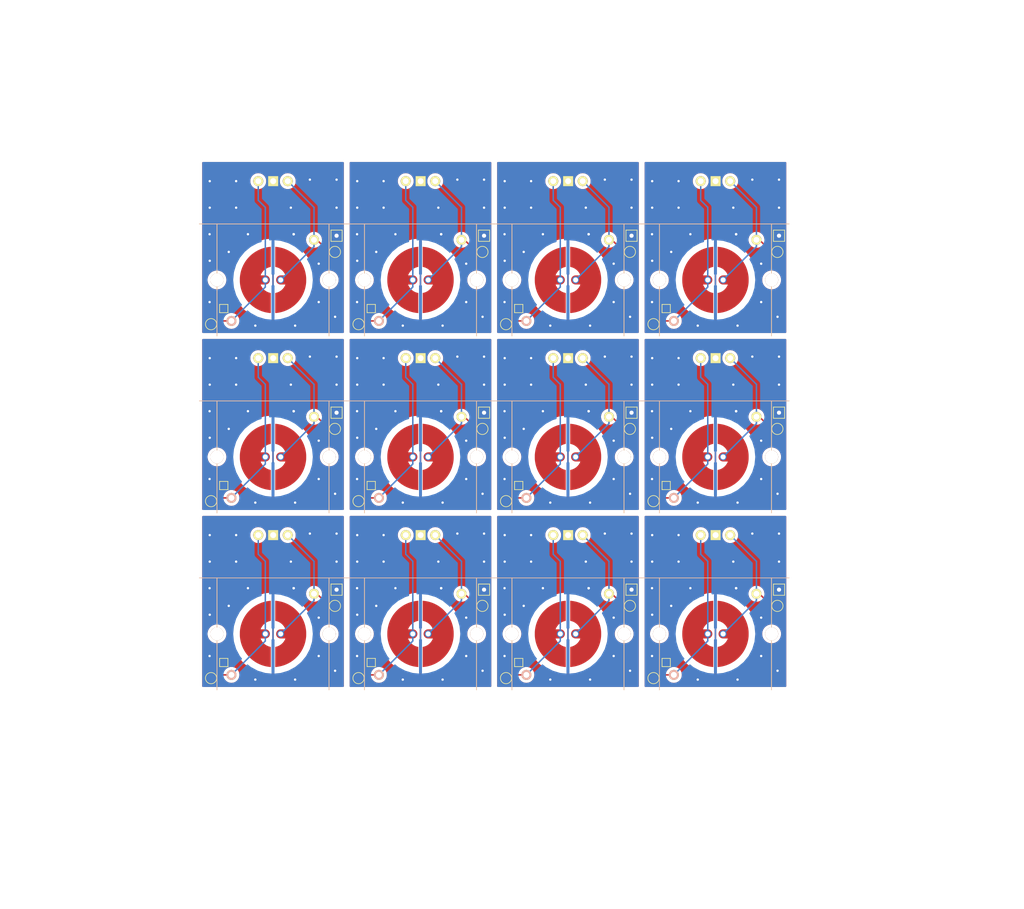
<source format=kicad_pcb>
(kicad_pcb (version 20221018) (generator pcbnew)
  (layers (0 "F.Cu" signal) (31 "B.Cu" signal) (34 "B.Paste" user) (35 "F.Paste" user) (36 "B.SilkS" user "B.Silkscreen") (37 "F.SilkS" user "F.Silkscreen") (38 "B.Mask" user) (39 "F.Mask" user) (44 "Edge.Cuts" user))
  (net 0 "")
  (net 1 "GND")
  (net 2 "Net-(SW_EC1-Pad2)")
  (net 3 "Net-(SW_EC1-Pad1)")
  (footprint "keyboard_parts:PIN_1" (layer "F.Cu") (at 58.2 92.2)
    (fp_text reference "REF**" hide)
    (fp_text value "CONN_1" hide)
  )
  (footprint "keyboard_parts:PIN_1" (layer "F.Cu") (at 72.2 78.45)
    (fp_text reference "P?" hide)
    (fp_text value "CONN_1" hide)
  )
  (footprint "TestPoint:TestPoint_THTPad_1.5x1.5mm_Drill0.7mm" (layer "F.Cu") (at 76.026 77.754)
    (fp_text reference "REF**" hide)
    (fp_text value "TestPoint_THTPad_1.5x1.5mm_Drill0.7mm" hide)
  )
  (footprint "TestPoint:TestPoint_Pad_1.0x1.0mm" (layer "F.Cu") (at 56.9 90.1)
    (fp_text reference "REF**" hide)
    (fp_text value "TestPoint_Pad_1.0x1.0mm" hide)
  )
  (footprint "TestPoint:TestPoint_Pad_D1.5mm" (layer "F.Cu") (at 54.75 92.75)
    (fp_text reference "REF**" hide)
    (fp_text value "CONN_1" hide)
  )
  (footprint "TestPoint:TestPoint_Pad_D1.5mm" (layer "F.Cu") (at 75.75 80.5)
    (fp_text reference "REF**" hide)
    (fp_text value "CONN_1" hide)
  )
  (footprint "bsakatu_kbd_lib:Topre_SW_temp" (layer "F.Cu") (at 65.25 85.25)
    (fp_text reference "SW_EC1" hide)
    (fp_text value "SW_Electro_Capacitive" hide)
  )
  (footprint "keyboard_parts:HOLE_M2.6" (layer "F.Cu") (at 55.75 85.25)
    (fp_text reference "HOLE_M2.6" hide)
    (fp_text value "VAL**" hide)
  )
  (footprint "keyboard_parts:HOLE_M2.6" (layer "F.Cu") (at 74.775 85.25)
    (fp_text reference "HOLE_M2.6" hide)
    (fp_text value "VAL**" hide)
  )
  (footprint "keyboard_parts:PIN_1_SQUARE" (layer "F.Cu") (at 65.276 68.504)
    (fp_text reference "P?" hide)
    (fp_text value "CONN_1" hide)
  )
  (footprint "keyboard_parts:PIN_1" (layer "F.Cu") (at 62.75 68.5)
    (fp_text reference "P?" hide)
    (fp_text value "CONN_1" hide)
  )
  (footprint "keyboard_parts:PIN_1" (layer "F.Cu") (at 67.75 68.5)
    (fp_text reference "P?" hide)
    (fp_text value "CONN_1" hide)
  )
  (footprint "keyboard_parts:PIN_1" (layer "F.Cu") (at 133.2 122.2)
    (fp_text reference "REF**" hide)
    (fp_text value "CONN_1" hide)
  )
  (footprint "TestPoint:TestPoint_Pad_D1.5mm" (layer "F.Cu") (at 100.75 80.5)
    (fp_text reference "REF**" hide)
    (fp_text value "CONN_1" hide)
  )
  (footprint "TestPoint:TestPoint_Pad_D1.5mm" (layer "F.Cu") (at 129.75 122.75)
    (fp_text reference "REF**" hide)
    (fp_text value "CONN_1" hide)
  )
  (footprint "TestPoint:TestPoint_Pad_1.0x1.0mm" (layer "F.Cu") (at 106.9 120.1)
    (fp_text reference "REF**" hide)
    (fp_text value "TestPoint_Pad_1.0x1.0mm" hide)
  )
  (footprint "keyboard_parts:PIN_1" (layer "F.Cu") (at 58.2 152.2)
    (fp_text reference "REF**" hide)
    (fp_text value "CONN_1" hide)
  )
  (footprint "keyboard_parts:PIN_1" (layer "F.Cu") (at 62.75 98.5)
    (fp_text reference "P?" hide)
    (fp_text value "CONN_1" hide)
  )
  (footprint "keyboard_parts:HOLE_M2.6" (layer "F.Cu") (at 74.775 115.25)
    (fp_text reference "HOLE_M2.6" hide)
    (fp_text value "VAL**" hide)
  )
  (footprint "keyboard_parts:PIN_1" (layer "F.Cu") (at 142.75 68.5)
    (fp_text reference "P?" hide)
    (fp_text value "CONN_1" hide)
  )
  (footprint "TestPoint:TestPoint_Pad_D1.5mm" (layer "F.Cu") (at 75.75 140.5)
    (fp_text reference "REF**" hide)
    (fp_text value "CONN_1" hide)
  )
  (footprint "TestPoint:TestPoint_Pad_D1.5mm" (layer "F.Cu") (at 104.75 92.75)
    (fp_text reference "REF**" hide)
    (fp_text value "CONN_1" hide)
  )
  (footprint "TestPoint:TestPoint_Pad_D1.5mm" (layer "F.Cu") (at 125.75 140.5)
    (fp_text reference "REF**" hide)
    (fp_text value "CONN_1" hide)
  )
  (footprint "TestPoint:TestPoint_Pad_D1.5mm" (layer "F.Cu") (at 79.75 152.75)
    (fp_text reference "REF**" hide)
    (fp_text value "CONN_1" hide)
  )
  (footprint "TestPoint:TestPoint_Pad_D1.5mm" (layer "F.Cu") (at 104.75 122.75)
    (fp_text reference "REF**" hide)
    (fp_text value "CONN_1" hide)
  )
  (footprint "TestPoint:TestPoint_Pad_D1.5mm" (layer "F.Cu") (at 54.75 122.75)
    (fp_text reference "REF**" hide)
    (fp_text value "CONN_1" hide)
  )
  (footprint "keyboard_parts:PIN_1" (layer "F.Cu") (at 147.2 108.45)
    (fp_text reference "P?" hide)
    (fp_text value "CONN_1" hide)
  )
  (footprint "keyboard_parts:PIN_1" (layer "F.Cu") (at 112.75 128.5)
    (fp_text reference "P?" hide)
    (fp_text value "CONN_1" hide)
  )
  (footprint "TestPoint:TestPoint_Pad_D1.5mm" (layer "F.Cu") (at 75.75 110.5)
    (fp_text reference "REF**" hide)
    (fp_text value "CONN_1" hide)
  )
  (footprint "bsakatu_kbd_lib:Topre_SW_temp" (layer "F.Cu") (at 65.25 145.25)
    (fp_text reference "SW_EC1" hide)
    (fp_text value "SW_Electro_Capacitive" hide)
  )
  (footprint "TestPoint:TestPoint_Pad_1.0x1.0mm" (layer "F.Cu") (at 81.9 150.1)
    (fp_text reference "REF**" hide)
    (fp_text value "TestPoint_Pad_1.0x1.0mm" hide)
  )
  (footprint "keyboard_parts:PIN_1" (layer "F.Cu") (at 72.2 108.45)
    (fp_text reference "P?" hide)
    (fp_text value "CONN_1" hide)
  )
  (footprint "keyboard_parts:PIN_1" (layer "F.Cu") (at 112.75 68.5)
    (fp_text reference "P?" hide)
    (fp_text value "CONN_1" hide)
  )
  (footprint "keyboard_parts:PIN_1_SQUARE" (layer "F.Cu") (at 115.276 98.504)
    (fp_text reference "P?" hide)
    (fp_text value "CONN_1" hide)
  )
  (footprint "keyboard_parts:HOLE_M2.6" (layer "F.Cu") (at 74.775 145.25)
    (fp_text reference "HOLE_M2.6" hide)
    (fp_text value "VAL**" hide)
  )
  (footprint "TestPoint:TestPoint_Pad_D1.5mm" (layer "F.Cu") (at 100.75 140.5)
    (fp_text reference "REF**" hide)
    (fp_text value "CONN_1" hide)
  )
  (footprint "TestPoint:TestPoint_Pad_D1.5mm" (layer "F.Cu") (at 150.75 80.5)
    (fp_text reference "REF**" hide)
    (fp_text value "CONN_1" hide)
  )
  (footprint "keyboard_parts:PIN_1" (layer "F.Cu") (at 108.2 92.2)
    (fp_text reference "REF**" hide)
    (fp_text value "CONN_1" hide)
  )
  (footprint "keyboard_parts:HOLE_M2.6" (layer "F.Cu") (at 149.775 145.25)
    (fp_text reference "HOLE_M2.6" hide)
    (fp_text value "VAL**" hide)
  )
  (footprint "keyboard_parts:PIN_1" (layer "F.Cu") (at 83.2 122.2)
    (fp_text reference "REF**" hide)
    (fp_text value "CONN_1" hide)
  )
  (footprint "keyboard_parts:PIN_1" (layer "F.Cu") (at 92.75 68.5)
    (fp_text reference "P?" hide)
    (fp_text value "CONN_1" hide)
  )
  (footprint "keyboard_parts:PIN_1_SQUARE" (layer "F.Cu") (at 140.276 98.504)
    (fp_text reference "P?" hide)
    (fp_text value "CONN_1" hide)
  )
  (footprint "TestPoint:TestPoint_Pad_1.0x1.0mm" (layer "F.Cu") (at 131.9 150.1)
    (fp_text reference "REF**" hide)
    (fp_text value "TestPoint_Pad_1.0x1.0mm" hide)
  )
  (footprint "keyboard_parts:PIN_1" (layer "F.Cu") (at 92.75 98.5)
    (fp_text reference "P?" hide)
    (fp_text value "CONN_1" hide)
  )
  (footprint "keyboard_parts:PIN_1" (layer "F.Cu") (at 133.2 92.2)
    (fp_text reference "REF**" hide)
    (fp_text value "CONN_1" hide)
  )
  (footprint "bsakatu_kbd_lib:Topre_SW_temp" (layer "F.Cu") (at 115.25 115.25)
    (fp_text reference "SW_EC1" hide)
    (fp_text value "SW_Electro_Capacitive" hide)
  )
  (footprint "TestPoint:TestPoint_Pad_1.0x1.0mm" (layer "F.Cu") (at 106.9 150.1)
    (fp_text reference "REF**" hide)
    (fp_text value "TestPoint_Pad_1.0x1.0mm" hide)
  )
  (footprint "TestPoint:TestPoint_Pad_1.0x1.0mm" (layer "F.Cu") (at 81.9 120.1)
    (fp_text reference "REF**" hide)
    (fp_text value "TestPoint_Pad_1.0x1.0mm" hide)
  )
  (footprint "TestPoint:TestPoint_Pad_1.0x1.0mm" (layer "F.Cu") (at 56.9 150.1)
    (fp_text reference "REF**" hide)
    (fp_text value "TestPoint_Pad_1.0x1.0mm" hide)
  )
  (footprint "keyboard_parts:PIN_1" (layer "F.Cu") (at 83.2 152.2)
    (fp_text reference "REF**" hide)
    (fp_text value "CONN_1" hide)
  )
  (footprint "TestPoint:TestPoint_THTPad_1.5x1.5mm_Drill0.7mm" (layer "F.Cu") (at 76.026 137.754)
    (fp_text reference "REF**" hide)
    (fp_text value "TestPoint_THTPad_1.5x1.5mm_Drill0.7mm" hide)
  )
  (footprint "keyboard_parts:PIN_1" (layer "F.Cu") (at 117.75 128.5)
    (fp_text reference "P?" hide)
    (fp_text value "CONN_1" hide)
  )
  (footprint "keyboard_parts:PIN_1" (layer "F.Cu") (at 137.75 128.5)
    (fp_text reference "P?" hide)
    (fp_text value "CONN_1" hide)
  )
  (footprint "keyboard_parts:HOLE_M2.6" (layer "F.Cu") (at 80.75 115.25)
    (fp_text reference "HOLE_M2.6" hide)
    (fp_text value "VAL**" hide)
  )
  (footprint "keyboard_parts:PIN_1" (layer "F.Cu") (at 67.75 98.5)
    (fp_text reference "P?" hide)
    (fp_text value "CONN_1" hide)
  )
  (footprint "keyboard_parts:HOLE_M2.6" (layer "F.Cu") (at 124.775 85.25)
    (fp_text reference "HOLE_M2.6" hide)
    (fp_text value "VAL**" hide)
  )
  (footprint "keyboard_parts:HOLE_M2.6" (layer "F.Cu") (at 105.75 115.25)
    (fp_text reference "HOLE_M2.6" hide)
    (fp_text value "VAL**" hide)
  )
  (footprint "TestPoint:TestPoint_Pad_D1.5mm" (layer "F.Cu") (at 125.75 110.5)
    (fp_text reference "REF**" hide)
    (fp_text value "CONN_1" hide)
  )
  (footprint "keyboard_parts:PIN_1" (layer "F.Cu") (at 108.2 152.2)
    (fp_text reference "REF**" hide)
    (fp_text value "CONN_1" hide)
  )
  (footprint "keyboard_parts:PIN_1" (layer "F.Cu") (at 122.2 138.45)
    (fp_text reference "P?" hide)
    (fp_text value "CONN_1" hide)
  )
  (footprint "TestPoint:TestPoint_Pad_D1.5mm" (layer "F.Cu") (at 54.75 152.75)
    (fp_text reference "REF**" hide)
    (fp_text value "CONN_1" hide)
  )
  (footprint "TestPoint:TestPoint_Pad_1.0x1.0mm" (layer "F.Cu") (at 81.9 90.1)
    (fp_text reference "REF**" hide)
    (fp_text value "TestPoint_Pad_1.0x1.0mm" hide)
  )
  (footprint "keyboard_parts:PIN_1" (layer "F.Cu") (at 92.75 128.5)
    (fp_text reference "P?" hide)
    (fp_text value "CONN_1" hide)
  )
  (footprint "keyboard_parts:PIN_1" (layer "F.Cu") (at 122.2 78.45)
    (fp_text reference "P?" hide)
    (fp_text value "CONN_1" hide)
  )
  (footprint "keyboard_parts:PIN_1" (layer "F.Cu") (at 72.2 138.45)
    (fp_text reference "P?" hide)
    (fp_text value "CONN_1" hide)
  )
  (footprint "keyboard_parts:PIN_1_SQUARE" (layer "F.Cu") (at 90.276 128.504)
    (fp_text reference "P?" hide)
    (fp_text value "CONN_1" hide)
  )
  (footprint "TestPoint:TestPoint_Pad_D1.5mm" (layer "F.Cu") (at 150.75 110.5)
    (fp_text reference "REF**" hide)
    (fp_text value "CONN_1" hide)
  )
  (footprint "TestPoint:TestPoint_THTPad_1.5x1.5mm_Drill0.7mm" (layer "F.Cu") (at 151.026 107.754)
    (fp_text reference "REF**" hide)
    (fp_text value "TestPoint_THTPad_1.5x1.5mm_Drill0.7mm" hide)
  )
  (footprint "keyboard_parts:PIN_1" (layer "F.Cu") (at 97.2 78.45)
    (fp_text reference "P?" hide)
    (fp_text value "CONN_1" hide)
  )
  (footprint "TestPoint:TestPoint_Pad_D1.5mm" (layer "F.Cu") (at 104.75 152.75)
    (fp_text reference "REF**" hide)
    (fp_text value "CONN_1" hide)
  )
  (footprint "keyboard_parts:PIN_1" (layer "F.Cu") (at 137.75 98.5)
    (fp_text reference "P?" hide)
    (fp_text value "CONN_1" hide)
  )
  (footprint "bsakatu_kbd_lib:Topre_SW_temp" (layer "F.Cu") (at 90.25 85.25)
    (fp_text reference "SW_EC1" hide)
    (fp_text value "SW_Electro_Capacitive" hide)
  )
  (footprint "TestPoint:TestPoint_Pad_1.0x1.0mm" (layer "F.Cu") (at 131.9 120.1)
    (fp_text reference "REF**" hide)
    (fp_text value "TestPoint_Pad_1.0x1.0mm" hide)
  )
  (footprint "keyboard_parts:HOLE_M2.6" (layer "F.Cu") (at 105.75 85.25)
    (fp_text reference "HOLE_M2.6" hide)
    (fp_text value "VAL**" hide)
  )
  (footprint "keyboard_parts:PIN_1_SQUARE" (layer "F.Cu") (at 115.276 68.504)
    (fp_text reference "P?" hide)
    (fp_text value "CONN_1" hide)
  )
  (footprint "bsakatu_kbd_lib:Topre_SW_temp" (layer "F.Cu") (at 140.25 115.25)
    (fp_text reference "SW_EC1" hide)
    (fp_text value "SW_Electro_Capacitive" hide)
  )
  (footprint "bsakatu_kbd_lib:Topre_SW_temp" (layer "F.Cu") (at 90.25 115.25)
    (fp_text reference "SW_EC1" hide)
    (fp_text value "SW_Electro_Capacitive" hide)
  )
  (footprint "keyboard_parts:PIN_1" (layer "F.Cu") (at 117.75 68.5)
    (fp_text reference "P?" hide)
    (fp_text value "CONN_1" hide)
  )
  (footprint "TestPoint:TestPoint_THTPad_1.5x1.5mm_Drill0.7mm" (layer "F.Cu") (at 151.026 77.754)
    (fp_text reference "REF**" hide)
    (fp_text value "TestPoint_THTPad_1.5x1.5mm_Drill0.7mm" hide)
  )
  (footprint "keyboard_parts:PIN_1" (layer "F.Cu") (at 133.2 152.2)
    (fp_text reference "REF**" hide)
    (fp_text value "CONN_1" hide)
  )
  (footprint "keyboard_parts:HOLE_M2.6" (layer "F.Cu") (at 124.775 115.25)
    (fp_text reference "HOLE_M2.6" hide)
    (fp_text value "VAL**" hide)
  )
  (footprint "keyboard_parts:PIN_1" (layer "F.Cu") (at 67.75 128.5)
    (fp_text reference "P?" hide)
    (fp_text value "CONN_1" hide)
  )
  (footprint "TestPoint:TestPoint_THTPad_1.5x1.5mm_Drill0.7mm" (layer "F.Cu") (at 126.026 137.754)
    (fp_text reference "REF**" hide)
    (fp_text value "TestPoint_THTPad_1.5x1.5mm_Drill0.7mm" hide)
  )
  (footprint "keyboard_parts:PIN_1" (layer "F.Cu") (at 122.2 108.45)
    (fp_text reference "P?" hide)
    (fp_text value "CONN_1" hide)
  )
  (footprint "keyboard_parts:HOLE_M2.6" (layer "F.Cu") (at 55.75 115.25)
    (fp_text reference "HOLE_M2.6" hide)
    (fp_text value "VAL**" hide)
  )
  (footprint "keyboard_parts:HOLE_M2.6" (layer "F.Cu") (at 130.75 145.25)
    (fp_text reference "HOLE_M2.6" hide)
    (fp_text value "VAL**" hide)
  )
  (footprint "keyboard_parts:PIN_1" (layer "F.Cu") (at 147.2 78.45)
    (fp_text reference "P?" hide)
    (fp_text value "CONN_1" hide)
  )
  (footprint "bsakatu_kbd_lib:Topre_SW_temp" (layer "F.Cu") (at 140.25 85.25)
    (fp_text reference "SW_EC1" hide)
    (fp_text value "SW_Electro_Capacitive" hide)
  )
  (footprint "keyboard_parts:PIN_1" (layer "F.Cu") (at 87.75 68.5)
    (fp_text reference "P?" hide)
    (fp_text value "CONN_1" hide)
  )
  (footprint "keyboard_parts:PIN_1" (layer "F.Cu") (at 117.75 98.5)
    (fp_text reference "P?" hide)
    (fp_text value "CONN_1" hide)
  )
  (footprint "keyboard_parts:PIN_1" (layer "F.Cu") (at 137.75 68.5)
    (fp_text reference "P?" hide)
    (fp_text value "CONN_1" hide)
  )
  (footprint "TestPoint:TestPoint_Pad_D1.5mm" (layer "F.Cu") (at 129.75 92.75)
    (fp_text reference "REF**" hide)
    (fp_text value "CONN_1" hide)
  )
  (footprint "bsakatu_kbd_lib:Topre_SW_temp" (layer "F.Cu") (at 140.25 145.25)
    (fp_text reference "SW_EC1" hide)
    (fp_text value "SW_Electro_Capacitive" hide)
  )
  (footprint "TestPoint:TestPoint_THTPad_1.5x1.5mm_Drill0.7mm" (layer "F.Cu") (at 126.026 107.754)
    (fp_text reference "REF**" hide)
    (fp_text value "TestPoint_THTPad_1.5x1.5mm_Drill0.7mm" hide)
  )
  (footprint "TestPoint:TestPoint_Pad_D1.5mm" (layer "F.Cu") (at 100.75 110.5)
    (fp_text reference "REF**" hide)
    (fp_text value "CONN_1" hide)
  )
  (footprint "keyboard_parts:PIN_1" (layer "F.Cu") (at 142.75 128.5)
    (fp_text reference "P?" hide)
    (fp_text value "CONN_1" hide)
  )
  (footprint "TestPoint:TestPoint_Pad_1.0x1.0mm" (layer "F.Cu") (at 106.9 90.1)
    (fp_text reference "REF**" hide)
    (fp_text value "TestPoint_Pad_1.0x1.0mm" hide)
  )
  (footprint "keyboard_parts:HOLE_M2.6" (layer "F.Cu") (at 99.775 85.25)
    (fp_text reference "HOLE_M2.6" hide)
    (fp_text value "VAL**" hide)
  )
  (footprint "keyboard_parts:HOLE_M2.6" (layer "F.Cu") (at 124.775 145.25)
    (fp_text reference "HOLE_M2.6" hide)
    (fp_text value "VAL**" hide)
  )
  (footprint "keyboard_parts:PIN_1" (layer "F.Cu") (at 97.2 138.45)
    (fp_text reference "P?" hide)
    (fp_text value "CONN_1" hide)
  )
  (footprint "TestPoint:TestPoint_Pad_1.0x1.0mm" (layer "F.Cu") (at 56.9 120.1)
    (fp_text reference "REF**" hide)
    (fp_text value "TestPoint_Pad_1.0x1.0mm" hide)
  )
  (footprint "TestPoint:TestPoint_THTPad_1.5x1.5mm_Drill0.7mm" (layer "F.Cu") (at 76.026 107.754)
    (fp_text reference "REF**" hide)
    (fp_text value "TestPoint_THTPad_1.5x1.5mm_Drill0.7mm" hide)
  )
  (footprint "keyboard_parts:PIN_1_SQUARE" (layer "F.Cu") (at 115.276 128.504)
    (fp_text reference "P?" hide)
    (fp_text value "CONN_1" hide)
  )
  (footprint "keyboard_parts:PIN_1" (layer "F.Cu") (at 97.2 108.45)
    (fp_text reference "P?" hide)
    (fp_text value "CONN_1" hide)
  )
  (footprint "keyboard_parts:PIN_1" (layer "F.Cu") (at 58.2 122.2)
    (fp_text reference "REF**" hide)
    (fp_text value "CONN_1" hide)
  )
  (footprint "keyboard_parts:PIN_1_SQUARE" (layer "F.Cu") (at 140.276 128.504)
    (fp_text reference "P?" hide)
    (fp_text value "CONN_1" hide)
  )
  (footprint "keyboard_parts:PIN_1" (layer "F.Cu") (at 142.75 98.5)
    (fp_text reference "P?" hide)
    (fp_text value "CONN_1" hide)
  )
  (footprint "bsakatu_kbd_lib:Topre_SW_temp" (layer "F.Cu") (at 65.25 115.25)
    (fp_text reference "SW_EC1" hide)
    (fp_text value "SW_Electro_Capacitive" hide)
  )
  (footprint "keyboard_parts:PIN_1_SQUARE" (layer "F.Cu") (at 65.276 128.504)
    (fp_text reference "P?" hide)
    (fp_text value "CONN_1" hide)
  )
  (footprint "keyboard_parts:HOLE_M2.6" (layer "F.Cu") (at 149.775 115.25)
    (fp_text reference "HOLE_M2.6" hide)
    (fp_text value "VAL**" hide)
  )
  (footprint "TestPoint:TestPoint_Pad_D1.5mm" (layer "F.Cu") (at 129.75 152.75)
    (fp_text reference "REF**" hide)
    (fp_text value "CONN_1" hide)
  )
  (footprint "keyboard_parts:PIN_1" (layer "F.Cu") (at 83.2 92.2)
    (fp_text reference "REF**" hide)
    (fp_text value "CONN_1" hide)
  )
  (footprint "keyboard_parts:PIN_1_SQUARE" (layer "F.Cu") (at 65.276 98.504)
    (fp_text reference "P?" hide)
    (fp_text value "CONN_1" hide)
  )
  (footprint "TestPoint:TestPoint_THTPad_1.5x1.5mm_Drill0.7mm" (layer "F.Cu") (at 126.026 77.754)
    (fp_text reference "REF**" hide)
    (fp_text value "TestPoint_THTPad_1.5x1.5mm_Drill0.7mm" hide)
  )
  (footprint "keyboard_parts:PIN_1" (layer "F.Cu") (at 147.2 138.45)
    (fp_text reference "P?" hide)
    (fp_text value "CONN_1" hide)
  )
  (footprint "keyboard_parts:HOLE_M2.6" (layer "F.Cu") (at 80.75 145.25)
    (fp_text reference "HOLE_M2.6" hide)
    (fp_text value "VAL**" hide)
  )
  (footprint "keyboard_parts:HOLE_M2.6" (layer "F.Cu") (at 130.75 85.25)
    (fp_text reference "HOLE_M2.6" hide)
    (fp_text value "VAL**" hide)
  )
  (footprint "keyboard_parts:HOLE_M2.6" (layer "F.Cu") (at 80.75 85.25)
    (fp_text reference "HOLE_M2.6" hide)
    (fp_text value "VAL**" hide)
  )
  (footprint "TestPoint:TestPoint_Pad_1.0x1.0mm" (layer "F.Cu") (at 131.9 90.1)
    (fp_text reference "REF**" hide)
    (fp_text value "TestPoint_Pad_1.0x1.0mm" hide)
  )
  (footprint "TestPoint:TestPoint_THTPad_1.5x1.5mm_Drill0.7mm" (layer "F.Cu") (at 101.026 137.754)
    (fp_text reference "REF**" hide)
    (fp_text value "TestPoint_THTPad_1.5x1.5mm_Drill0.7mm" hide)
  )
  (footprint "TestPoint:TestPoint_Pad_D1.5mm" (layer "F.Cu") (at 150.75 140.5)
    (fp_text reference "REF**" hide)
    (fp_text value "CONN_1" hide)
  )
  (footprint "keyboard_parts:HOLE_M2.6" (layer "F.Cu") (at 149.775 85.25)
    (fp_text reference "HOLE_M2.6" hide)
    (fp_text value "VAL**" hide)
  )
  (footprint "bsakatu_kbd_lib:Topre_SW_temp" (layer "F.Cu") (at 115.25 145.25)
    (fp_text reference "SW_EC1" hide)
    (fp_text value "SW_Electro_Capacitive" hide)
  )
  (footprint "bsakatu_kbd_lib:Topre_SW_temp" (layer "F.Cu") (at 115.25 85.25)
    (fp_text reference "SW_EC1" hide)
    (fp_text value "SW_Electro_Capacitive" hide)
  )
  (footprint "keyboard_parts:PIN_1_SQUARE" (layer "F.Cu") (at 140.276 68.504)
    (fp_text reference "P?" hide)
    (fp_text value "CONN_1" hide)
  )
  (footprint "keyboard_parts:HOLE_M2.6" (layer "F.Cu") (at 99.775 115.25)
    (fp_text reference "HOLE_M2.6" hide)
    (fp_text value "VAL**" hide)
  )
  (footprint "TestPoint:TestPoint_THTPad_1.5x1.5mm_Drill0.7mm" (layer "F.Cu") (at 101.026 107.754)
    (fp_text reference "REF**" hide)
    (fp_text value "TestPoint_THTPad_1.5x1.5mm_Drill0.7mm" hide)
  )
  (footprint "keyboard_parts:PIN_1" (layer "F.Cu") (at 62.75 128.5)
    (fp_text reference "P?" hide)
    (fp_text value "CONN_1" hide)
  )
  (footprint "keyboard_parts:PIN_1" (layer "F.Cu") (at 87.75 128.5)
    (fp_text reference "P?" hide)
    (fp_text value "CONN_1" hide)
  )
  (footprint "keyboard_parts:PIN_1_SQUARE" (layer "F.Cu") (at 90.276 68.504)
    (fp_text reference "P?" hide)
    (fp_text value "CONN_1" hide)
  )
  (footprint "keyboard_parts:PIN_1_SQUARE" (layer "F.Cu") (at 90.276 98.504)
    (fp_text reference "P?" hide)
    (fp_text value "CONN_1" hide)
  )
  (footprint "keyboard_parts:PIN_1" (layer "F.Cu") (at 87.75 98.5)
    (fp_text reference "P?" hide)
    (fp_text value "CONN_1" hide)
  )
  (footprint "TestPoint:TestPoint_Pad_D1.5mm" (layer "F.Cu") (at 79.75 122.75)
    (fp_text reference "REF**" hide)
    (fp_text value "CONN_1" hide)
  )
  (footprint "keyboard_parts:PIN_1" (layer "F.Cu") (at 108.2 122.2)
    (fp_text reference "REF**" hide)
    (fp_text value "CONN_1" hide)
  )
  (footprint "keyboard_parts:HOLE_M2.6" (layer "F.Cu") (at 105.75 145.25)
    (fp_text reference "HOLE_M2.6" hide)
    (fp_text value "VAL**" hide)
  )
  (footprint "keyboard_parts:HOLE_M2.6" (layer "F.Cu") (at 55.75 145.25)
    (fp_text reference "HOLE_M2.6" hide)
    (fp_text value "VAL**" hide)
  )
  (footprint "TestPoint:TestPoint_Pad_D1.5mm" (layer "F.Cu") (at 125.75 80.5)
    (fp_text reference "REF**" hide)
    (fp_text value "CONN_1" hide)
  )
  (footprint "TestPoint:TestPoint_THTPad_1.5x1.5mm_Drill0.7mm" (layer "F.Cu") (at 151.026 137.754)
    (fp_text reference "REF**" hide)
    (fp_text value "TestPoint_THTPad_1.5x1.5mm_Drill0.7mm" hide)
  )
  (footprint "TestPoint:TestPoint_THTPad_1.5x1.5mm_Drill0.7mm" (layer "F.Cu") (at 101.026 77.754)
    (fp_text reference "REF**" hide)
    (fp_text value "TestPoint_THTPad_1.5x1.5mm_Drill0.7mm" hide)
  )
  (footprint "TestPoint:TestPoint_Pad_D1.5mm" (layer "F.Cu") (at 79.75 92.75)
    (fp_text reference "REF**" hide)
    (fp_text value "CONN_1" hide)
  )
  (footprint "keyboard_parts:PIN_1" (layer "F.Cu") (at 112.75 98.5)
    (fp_text reference "P?" hide)
    (fp_text value "CONN_1" hide)
  )
  (footprint "keyboard_parts:HOLE_M2.6" (layer "F.Cu") (at 99.775 145.25)
    (fp_text reference "HOLE_M2.6" hide)
    (fp_text value "VAL**" hide)
  )
  (footprint "keyboard_parts:HOLE_M2.6" (layer "F.Cu") (at 130.75 115.25)
    (fp_text reference "HOLE_M2.6" hide)
    (fp_text value "VAL**" hide)
  )
  (footprint "bsakatu_kbd_lib:Topre_SW_temp" (layer "F.Cu") (at 90.25 145.25)
    (fp_text reference "SW_EC1" hide)
    (fp_text value "SW_Electro_Capacitive" hide)
  )
  (gr_line (start 55.75 94.75) (end 55.75 75.75) (stroke (width 0.1)) (layer "B.SilkS"))
  (gr_line (start 74.75 94.75) (end 74.75 75.75) (stroke (width 0.1)) (layer "B.SilkS"))
  (gr_line (start 52.75 75.75) (end 77.75 75.75) (stroke (width 0.1)) (layer "B.SilkS"))
  (gr_line (start 127.75 75.75) (end 152.75 75.75) (stroke (width 0.1)) (layer "B.SilkS"))
  (gr_line (start 149.75 124.75) (end 149.75 105.75) (stroke (width 0.1)) (layer "B.SilkS"))
  (gr_line (start 52.75 135.75) (end 77.75 135.75) (stroke (width 0.1)) (layer "B.SilkS"))
  (gr_line (start 74.75 154.75) (end 74.75 135.75) (stroke (width 0.1)) (layer "B.SilkS"))
  (gr_line (start 77.75 135.75) (end 102.75 135.75) (stroke (width 0.1)) (layer "B.SilkS"))
  (gr_line (start 149.75 154.75) (end 149.75 135.75) (stroke (width 0.1)) (layer "B.SilkS"))
  (gr_line (start 80.75 154.75) (end 80.75 135.75) (stroke (width 0.1)) (layer "B.SilkS"))
  (gr_line (start 130.75 154.75) (end 130.75 135.75) (stroke (width 0.1)) (layer "B.SilkS"))
  (gr_line (start 52.75 105.75) (end 77.75 105.75) (stroke (width 0.1)) (layer "B.SilkS"))
  (gr_line (start 102.75 75.75) (end 127.75 75.75) (stroke (width 0.1)) (layer "B.SilkS"))
  (gr_line (start 77.75 75.75) (end 102.75 75.75) (stroke (width 0.1)) (layer "B.SilkS"))
  (gr_line (start 55.75 154.75) (end 55.75 135.75) (stroke (width 0.1)) (layer "B.SilkS"))
  (gr_line (start 124.75 94.75) (end 124.75 75.75) (stroke (width 0.1)) (layer "B.SilkS"))
  (gr_line (start 130.75 94.75) (end 130.75 75.75) (stroke (width 0.1)) (layer "B.SilkS"))
  (gr_line (start 77.75 105.75) (end 102.75 105.75) (stroke (width 0.1)) (layer "B.SilkS"))
  (gr_line (start 102.75 105.75) (end 127.75 105.75) (stroke (width 0.1)) (layer "B.SilkS"))
  (gr_line (start 55.75 124.75) (end 55.75 105.75) (stroke (width 0.1)) (layer "B.SilkS"))
  (gr_line (start 105.75 154.75) (end 105.75 135.75) (stroke (width 0.1)) (layer "B.SilkS"))
  (gr_line (start 127.75 135.75) (end 152.75 135.75) (stroke (width 0.1)) (layer "B.SilkS"))
  (gr_line (start 74.75 124.75) (end 74.75 105.75) (stroke (width 0.1)) (layer "B.SilkS"))
  (gr_line (start 124.75 154.75) (end 124.75 135.75) (stroke (width 0.1)) (layer "B.SilkS"))
  (gr_line (start 99.75 94.75) (end 99.75 75.75) (stroke (width 0.1)) (layer "B.SilkS"))
  (gr_line (start 105.75 124.75) (end 105.75 105.75) (stroke (width 0.1)) (layer "B.SilkS"))
  (gr_line (start 124.75 124.75) (end 124.75 105.75) (stroke (width 0.1)) (layer "B.SilkS"))
  (gr_line (start 102.75 135.75) (end 127.75 135.75) (stroke (width 0.1)) (layer "B.SilkS"))
  (gr_line (start 80.75 94.75) (end 80.75 75.75) (stroke (width 0.1)) (layer "B.SilkS"))
  (gr_line (start 149.75 94.75) (end 149.75 75.75) (stroke (width 0.1)) (layer "B.SilkS"))
  (gr_line (start 105.75 94.75) (end 105.75 75.75) (stroke (width 0.1)) (layer "B.SilkS"))
  (gr_line (start 80.75 124.75) (end 80.75 105.75) (stroke (width 0.1)) (layer "B.SilkS"))
  (gr_line (start 99.75 154.75) (end 99.75 135.75) (stroke (width 0.1)) (layer "B.SilkS"))
  (gr_line (start 99.75 124.75) (end 99.75 105.75) (stroke (width 0.1)) (layer "B.SilkS"))
  (gr_line (start 130.75 124.75) (end 130.75 105.75) (stroke (width 0.1)) (layer "B.SilkS"))
  (gr_line (start 127.75 105.75) (end 152.75 105.75) (stroke (width 0.1)) (layer "B.SilkS"))
  (gr_line (start 55.75 94.75) (end 55.75 75.75) (stroke (width 0.1)) (layer "F.SilkS"))
  (gr_line (start 74.75 94.75) (end 74.75 75.75) (stroke (width 0.1)) (layer "F.SilkS"))
  (gr_line (start 99.75 124.75) (end 99.75 105.75) (stroke (width 0.1)) (layer "F.SilkS"))
  (gr_line (start 105.75 154.75) (end 105.75 135.75) (stroke (width 0.1)) (layer "F.SilkS"))
  (gr_line (start 124.75 154.75) (end 124.75 135.75) (stroke (width 0.1)) (layer "F.SilkS"))
  (gr_line (start 80.75 154.75) (end 80.75 135.75) (stroke (width 0.1)) (layer "F.SilkS"))
  (gr_line (start 127.75 105.75) (end 152.75 105.75) (stroke (width 0.1)) (layer "F.SilkS"))
  (gr_line (start 127.75 135.75) (end 152.75 135.75) (stroke (width 0.1)) (layer "F.SilkS"))
  (gr_line (start 74.75 124.75) (end 74.75 105.75) (stroke (width 0.1)) (layer "F.SilkS"))
  (gr_line (start 99.75 154.75) (end 99.75 135.75) (stroke (width 0.1)) (layer "F.SilkS"))
  (gr_line (start 99.75 94.75) (end 99.75 75.75) (stroke (width 0.1)) (layer "F.SilkS"))
  (gr_line (start 102.75 135.75) (end 127.75 135.75) (stroke (width 0.1)) (layer "F.SilkS"))
  (gr_line (start 77.75 105.75) (end 102.75 105.75) (stroke (width 0.1)) (layer "F.SilkS"))
  (gr_line (start 149.75 154.75) (end 149.75 135.75) (stroke (width 0.1)) (layer "F.SilkS"))
  (gr_line (start 130.75 154.75) (end 130.75 135.75) (stroke (width 0.1)) (layer "F.SilkS"))
  (gr_line (start 77.75 135.75) (end 102.75 135.75) (stroke (width 0.1)) (layer "F.SilkS"))
  (gr_line (start 102.75 105.75) (end 127.75 105.75) (stroke (width 0.1)) (layer "F.SilkS"))
  (gr_line (start 52.75 135.75) (end 77.75 135.75) (stroke (width 0.1)) (layer "F.SilkS"))
  (gr_line (start 80.75 94.75) (end 80.75 75.75) (stroke (width 0.1)) (layer "F.SilkS"))
  (gr_line (start 149.75 94.75) (end 149.75 75.75) (stroke (width 0.1)) (layer "F.SilkS"))
  (gr_line (start 52.75 75.75) (end 77.75 75.75) (stroke (width 0.1)) (layer "F.SilkS"))
  (gr_line (start 127.75 75.75) (end 152.75 75.75) (stroke (width 0.1)) (layer "F.SilkS"))
  (gr_line (start 130.75 94.75) (end 130.75 75.75) (stroke (width 0.1)) (layer "F.SilkS"))
  (gr_line (start 80.75 124.75) (end 80.75 105.75) (stroke (width 0.1)) (layer "F.SilkS"))
  (gr_line (start 105.75 94.75) (end 105.75 75.75) (stroke (width 0.1)) (layer "F.SilkS"))
  (gr_line (start 149.75 124.75) (end 149.75 105.75) (stroke (width 0.1)) (layer "F.SilkS"))
  (gr_line (start 52.75 105.75) (end 77.75 105.75) (stroke (width 0.1)) (layer "F.SilkS"))
  (gr_line (start 105.75 124.75) (end 105.75 105.75) (stroke (width 0.1)) (layer "F.SilkS"))
  (gr_line (start 102.75 75.75) (end 127.75 75.75) (stroke (width 0.1)) (layer "F.SilkS"))
  (gr_line (start 130.75 124.75) (end 130.75 105.75) (stroke (width 0.1)) (layer "F.SilkS"))
  (gr_line (start 124.75 94.75) (end 124.75 75.75) (stroke (width 0.1)) (layer "F.SilkS"))
  (gr_line (start 74.75 154.75) (end 74.75 135.75) (stroke (width 0.1)) (layer "F.SilkS"))
  (gr_line (start 55.75 154.75) (end 55.75 135.75) (stroke (width 0.1)) (layer "F.SilkS"))
  (gr_line (start 77.75 75.75) (end 102.75 75.75) (stroke (width 0.1)) (layer "F.SilkS"))
  (gr_line (start 124.75 124.75) (end 124.75 105.75) (stroke (width 0.1)) (layer "F.SilkS"))
  (gr_line (start 55.75 124.75) (end 55.75 105.75) (stroke (width 0.1)) (layer "F.SilkS"))
  (via (at 69 93) (size 0.8) (drill 0.4) (layers "F.Cu" "B.Cu") (net 1))
  (via (at 68.75 77.5) (size 0.8) (drill 0.4) (layers "F.Cu" "B.Cu") (net 1))
  (via (at 111 107.5) (size 0.8) (drill 0.4) (layers "F.Cu" "B.Cu") (net 1))
  (via (at 71.5 128.25) (size 0.8) (drill 0.4) (layers "F.Cu" "B.Cu") (net 1))
  (via (at 146.5 98.25) (size 0.8) (drill 0.4) (layers "F.Cu" "B.Cu") (net 1))
  (via (at 148 89) (size 0.8) (drill 0.4) (layers "F.Cu" "B.Cu") (net 1))
  (via (at 129.526 128.504) (size 0.8) (drill 0.4) (layers "F.Cu" "B.Cu") (net 1))
  (via (at 112.25 153) (size 0.8) (drill 0.4) (layers "F.Cu" "B.Cu") (net 1))
  (via (at 98 112.5) (size 0.8) (drill 0.4) (layers "F.Cu" "B.Cu") (net 1))
  (via (at 129.526 82.004) (size 0.8) (drill 0.4) (layers "F.Cu" "B.Cu") (net 1))
  (via (at 79.526 98.504) (size 0.8) (drill 0.4) (layers "F.Cu" "B.Cu") (net 1))
  (via (at 121.5 68.25) (size 0.8) (drill 0.4) (layers "F.Cu" "B.Cu") (net 1))
  (via (at 104.526 73.004) (size 0.8) (drill 0.4) (layers "F.Cu" "B.Cu") (net 1))
  (via (at 93.276 73.004) (size 0.8) (drill 0.4) (layers "F.Cu" "B.Cu") (net 1))
  (via (at 76.026 128.254) (size 0.8) (drill 0.4) (layers "F.Cu" "B.Cu") (net 1))
  (via (at 54.526 142.004) (size 0.8) (drill 0.4) (layers "F.Cu" "B.Cu") (net 1))
  (via (at 73 142.5) (size 0.8) (drill 0.4) (layers "F.Cu" "B.Cu") (net 1))
  (via (at 98 149) (size 0.8) (drill 0.4) (layers "F.Cu" "B.Cu") (net 1))
  (via (at 68.276 133.004) (size 0.8) (drill 0.4) (layers "F.Cu" "B.Cu") (net 1))
  (via (at 123 82.5) (size 0.8) (drill 0.4) (layers "F.Cu" "B.Cu") (net 1))
  (via (at 79.526 103.004) (size 0.8) (drill 0.4) (layers "F.Cu" "B.Cu") (net 1))
  (via (at 93.75 137.5) (size 0.8) (drill 0.4) (layers "F.Cu" "B.Cu") (net 1))
  (via (at 54.5 77.5) (size 0.8) (drill 0.4) (layers "F.Cu" "B.Cu") (net 1))
  (via (at 57.75 110.5) (size 0.8) (drill 0.4) (layers "F.Cu" "B.Cu") (net 1))
  (via (at 148 149) (size 0.8) (drill 0.4) (layers "F.Cu" "B.Cu") (net 1))
  (via (at 132.75 140.5) (size 0.8) (drill 0.4) (layers "F.Cu" "B.Cu") (net 1))
  (via (at 123 89) (size 0.8) (drill 0.4) (layers "F.Cu" "B.Cu") (net 1))
  (via (at 61 107.5) (size 0.8) (drill 0.4) (layers "F.Cu" "B.Cu") (net 1))
  (via (at 143.75 77.5) (size 0.8) (drill 0.4) (layers "F.Cu" "B.Cu") (net 1))
  (via (at 54.5 89) (size 0.8) (drill 0.4) (layers "F.Cu" "B.Cu") (net 1))
  (via (at 62.25 123) (size 0.8) (drill 0.4) (layers "F.Cu" "B.Cu") (net 1))
  (via (at 129.526 98.504) (size 0.8) (drill 0.4) (layers "F.Cu" "B.Cu") (net 1))
  (via (at 109 68.5) (size 0.8) (drill 0.4) (layers "F.Cu" "B.Cu") (net 1))
  (via (at 151.026 103.004) (size 0.8) (drill 0.4) (layers "F.Cu" "B.Cu") (net 1))
  (via (at 79.526 82.004) (size 0.8) (drill 0.4) (layers "F.Cu" "B.Cu") (net 1))
  (via (at 119 93) (size 0.8) (drill 0.4) (layers "F.Cu" "B.Cu") (net 1))
  (via (at 118.75 107.5) (size 0.8) (drill 0.4) (layers "F.Cu" "B.Cu") (net 1))
  (via (at 134 128.5) (size 0.8) (drill 0.4) (layers "F.Cu" "B.Cu") (net 1))
  (via (at 143.75 107.5) (size 0.8) (drill 0.4) (layers "F.Cu" "B.Cu") (net 1))
  (via (at 93.75 77.5) (size 0.8) (drill 0.4) (layers "F.Cu" "B.Cu") (net 1))
  (via (at 129.5 119) (size 0.8) (drill 0.4) (layers "F.Cu" "B.Cu") (net 1))
  (via (at 107.75 110.5) (size 0.8) (drill 0.4) (layers "F.Cu" "B.Cu") (net 1))
  (via (at 94 93) (size 0.8) (drill 0.4) (layers "F.Cu" "B.Cu") (net 1))
  (via (at 79.526 112.004) (size 0.8) (drill 0.4) (layers "F.Cu" "B.Cu") (net 1))
  (via (at 93.75 77.5) (size 0.8) (drill 0.4) (layers "F.Cu" "B.Cu") (net 1))
  (via (at 132.75 80.5) (size 0.8) (drill 0.4) (layers "F.Cu" "B.Cu") (net 1))
  (via (at 93.75 77.5) (size 0.8) (drill 0.4) (layers "F.Cu" "B.Cu") (net 1))
  (via (at 136 107.5) (size 0.8) (drill 0.4) (layers "F.Cu" "B.Cu") (net 1))
  (via (at 82.75 140.5) (size 0.8) (drill 0.4) (layers "F.Cu" "B.Cu") (net 1))
  (via (at 59 68.5) (size 0.8) (drill 0.4) (layers "F.Cu" "B.Cu") (net 1))
  (via (at 79.5 89) (size 0.8) (drill 0.4) (layers "F.Cu" "B.Cu") (net 1))
  (via (at 107.75 140.5) (size 0.8) (drill 0.4) (layers "F.Cu" "B.Cu") (net 1))
  (via (at 93.75 107.5) (size 0.8) (drill 0.4) (layers "F.Cu" "B.Cu") (net 1))
  (via (at 126.026 98.254) (size 0.8) (drill 0.4) (layers "F.Cu" "B.Cu") (net 1))
  (via (at 54.526 68.504) (size 0.8) (drill 0.4) (layers "F.Cu" "B.Cu") (net 1))
  (via (at 118.75 107.5) (size 0.8) (drill 0.4) (layers "F.Cu" "B.Cu") (net 1))
  (via (at 93.75 137.5) (size 0.8) (drill 0.4) (layers "F.Cu" "B.Cu") (net 1))
  (via (at 54.5 119) (size 0.8) (drill 0.4) (layers "F.Cu" "B.Cu") (net 1))
  (via (at 59 73.004) (size 0.8) (drill 0.4) (layers "F.Cu" "B.Cu") (net 1))
  (via (at 143.75 107.5) (size 0.8) (drill 0.4) (layers "F.Cu" "B.Cu") (net 1))
  (via (at 143.75 77.5) (size 0.8) (drill 0.4) (layers "F.Cu" "B.Cu") (net 1))
  (via (at 94 153) (size 0.8) (drill 0.4) (layers "F.Cu" "B.Cu") (net 1))
  (via (at 76.026 103.004) (size 0.8) (drill 0.4) (layers "F.Cu" "B.Cu") (net 1))
  (via (at 73 119) (size 0.8) (drill 0.4) (layers "F.Cu" "B.Cu") (net 1))
  (via (at 137.25 123) (size 0.8) (drill 0.4) (layers "F.Cu" "B.Cu") (net 1))
  (via (at 100.776 91.5) (size 0.8) (drill 0.4) (layers "F.Cu" "B.Cu") (net 1))
  (via (at 150.776 151.5) (size 0.8) (drill 0.4) (layers "F.Cu" "B.Cu") (net 1))
  (via (at 98 82.5) (size 0.8) (drill 0.4) (layers "F.Cu" "B.Cu") (net 1))
  (via (at 76.026 73.004) (size 0.8) (drill 0.4) (layers "F.Cu" "B.Cu") (net 1))
  (via (at 82.75 110.5) (size 0.8) (drill 0.4) (layers "F.Cu" "B.Cu") (net 1))
  (via (at 100.776 121.5) (size 0.8) (drill 0.4) (layers "F.Cu" "B.Cu") (net 1))
  (via (at 86 77.5) (size 0.8) (drill 0.4) (layers "F.Cu" "B.Cu") (net 1))
  (via (at 143.276 103.004) (size 0.8) (drill 0.4) (layers "F.Cu" "B.Cu") (net 1))
  (via (at 61 137.5) (size 0.8) (drill 0.4) (layers "F.Cu" "B.Cu") (net 1))
  (via (at 57.75 80.5) (size 0.8) (drill 0.4) (layers "F.Cu" "B.Cu") (net 1))
  (via (at 101.026 103.004) (size 0.8) (drill 0.4) (layers "F.Cu" "B.Cu") (net 1))
  (via (at 146.5 128.25) (size 0.8) (drill 0.4) (layers "F.Cu" "B.Cu") (net 1))
  (via (at 79.526 142.004) (size 0.8) (drill 0.4) (layers "F.Cu" "B.Cu") (net 1))
  (via (at 143.276 133.004) (size 0.8) (drill 0.4) (layers "F.Cu" "B.Cu") (net 1))
  (via (at 93.75 137.5) (size 0.8) (drill 0.4) (layers "F.Cu" "B.Cu") (net 1))
  (via (at 104.5 89) (size 0.8) (drill 0.4) (layers "F.Cu" "B.Cu") (net 1))
  (via (at 68.75 107.5) (size 0.8) (drill 0.4) (layers "F.Cu" "B.Cu") (net 1))
  (via (at 125.776 151.5) (size 0.8) (drill 0.4) (layers "F.Cu" "B.Cu") (net 1))
  (via (at 87.25 93) (size 0.8) (drill 0.4) (layers "F.Cu" "B.Cu") (net 1))
  (via (at 134 68.5) (size 0.8) (drill 0.4) (layers "F.Cu" "B.Cu") (net 1))
  (via (at 126.026 128.254) (size 0.8) (drill 0.4) (layers "F.Cu" "B.Cu") (net 1))
  (via (at 86 107.5) (size 0.8) (drill 0.4) (layers "F.Cu" "B.Cu") (net 1))
  (via (at 54.526 112.004) (size 0.8) (drill 0.4) (layers "F.Cu" "B.Cu") (net 1))
  (via (at 151.026 133.004) (size 0.8) (drill 0.4) (layers "F.Cu" "B.Cu") (net 1))
  (via (at 79.5 149) (size 0.8) (drill 0.4) (layers "F.Cu" "B.Cu") (net 1))
  (via (at 59 133.004) (size 0.8) (drill 0.4) (layers "F.Cu" "B.Cu") (net 1))
  (via (at 121.5 98.25) (size 0.8) (drill 0.4) (layers "F.Cu" "B.Cu") (net 1))
  (via (at 123 149) (size 0.8) (drill 0.4) (layers "F.Cu" "B.Cu") (net 1))
  (via (at 59 98.5) (size 0.8) (drill 0.4) (layers "F.Cu" "B.Cu") (net 1))
  (via (at 68.75 137.5) (size 0.8) (drill 0.4) (layers "F.Cu" "B.Cu") (net 1))
  (via (at 54.526 73.004) (size 0.8) (drill 0.4) (layers "F.Cu" "B.Cu") (net 1))
  (via (at 84 128.5) (size 0.8) (drill 0.4) (layers "F.Cu" "B.Cu") (net 1))
  (via (at 73 82.5) (size 0.8) (drill 0.4) (layers "F.Cu" "B.Cu") (net 1))
  (via (at 75.776 151.5) (size 0.8) (drill 0.4) (layers "F.Cu" "B.Cu") (net 1))
  (via (at 144 153) (size 0.8) (drill 0.4) (layers "F.Cu" "B.Cu") (net 1))
  (via (at 101.026 133.004) (size 0.8) (drill 0.4) (layers "F.Cu" "B.Cu") (net 1))
  (via (at 111 137.5) (size 0.8) (drill 0.4) (layers "F.Cu" "B.Cu") (net 1))
  (via (at 96.5 128.25) (size 0.8) (drill 0.4) (layers "F.Cu" "B.Cu") (net 1))
  (via (at 123 119) (size 0.8) (drill 0.4) (layers "F.Cu" "B.Cu") (net 1))
  (via (at 76.026 98.254) (size 0.8) (drill 0.4) (layers "F.Cu" "B.Cu") (net 1))
  (via (at 68.75 107.5) (size 0.8) (drill 0.4) (layers "F.Cu" "B.Cu") (net 1))
  (via (at 118.75 77.5) (size 0.8) (drill 0.4) (layers "F.Cu" "B.Cu") (net 1))
  (via (at 143.75 77.5) (size 0.8) (drill 0.4) (layers "F.Cu" "B.Cu") (net 1))
  (via (at 68.276 73.004) (size 0.8) (drill 0.4) (layers "F.Cu" "B.Cu") (net 1))
  (via (at 148 112.5) (size 0.8) (drill 0.4) (layers "F.Cu" "B.Cu") (net 1))
  (via (at 144 93) (size 0.8) (drill 0.4) (layers "F.Cu" "B.Cu") (net 1))
  (via (at 132.75 110.5) (size 0.8) (drill 0.4) (layers "F.Cu" "B.Cu") (net 1))
  (via (at 94 123) (size 0.8) (drill 0.4) (layers "F.Cu" "B.Cu") (net 1))
  (via (at 86 137.5) (size 0.8) (drill 0.4) (layers "F.Cu" "B.Cu") (net 1))
  (via (at 143.75 137.5) (size 0.8) (drill 0.4) (layers "F.Cu" "B.Cu") (net 1))
  (via (at 68.75 107.5) (size 0.8) (drill 0.4) (layers "F.Cu" "B.Cu") (net 1))
  (via (at 68.75 77.5) (size 0.8) (drill 0.4) (layers "F.Cu" "B.Cu") (net 1))
  (via (at 84 68.5) (size 0.8) (drill 0.4) (layers "F.Cu" "B.Cu") (net 1))
  (via (at 98 119) (size 0.8) (drill 0.4) (layers "F.Cu" "B.Cu") (net 1))
  (via (at 101.026 128.254) (size 0.8) (drill 0.4) (layers "F.Cu" "B.Cu") (net 1))
  (via (at 148 119) (size 0.8) (drill 0.4) (layers "F.Cu" "B.Cu") (net 1))
  (via (at 79.526 73.004) (size 0.8) (drill 0.4) (layers "F.Cu" "B.Cu") (net 1))
  (via (at 134 133.004) (size 0.8) (drill 0.4) (layers "F.Cu" "B.Cu") (net 1))
  (via (at 104.526 128.504) (size 0.8) (drill 0.4) (layers "F.Cu" "B.Cu") (net 1))
  (via (at 73 112.5) (size 0.8) (drill 0.4) (layers "F.Cu" "B.Cu") (net 1))
  (via (at 150.776 91.5) (size 0.8) (drill 0.4) (layers "F.Cu" "B.Cu") (net 1))
  (via (at 84 98.5) (size 0.8) (drill 0.4) (layers "F.Cu" "B.Cu") (net 1))
  (via (at 125.776 91.5) (size 0.8) (drill 0.4) (layers "F.Cu" "B.Cu") (net 1))
  (via (at 129.5 107.5) (size 0.8) (drill 0.4) (layers "F.Cu" "B.Cu") (net 1))
  (via (at 79.526 133.004) (size 0.8) (drill 0.4) (layers "F.Cu" "B.Cu") (net 1))
  (via (at 104.526 68.504) (size 0.8) (drill 0.4) (layers "F.Cu" "B.Cu") (net 1))
  (via (at 76.026 68.254) (size 0.8) (drill 0.4) (layers "F.Cu" "B.Cu") (net 1))
  (via (at 150.776 121.5) (size 0.8) (drill 0.4) (layers "F.Cu" "B.Cu") (net 1))
  (via (at 62.25 93) (size 0.8) (drill 0.4) (layers "F.Cu" "B.Cu") (net 1))
  (via (at 129.5 77.5) (size 0.8) (drill 0.4) (layers "F.Cu" "B.Cu") (net 1))
  (via (at 151.026 68.254) (size 0.8) (drill 0.4) (layers "F.Cu" "B.Cu") (net 1))
  (via (at 98 142.5) (size 0.8) (drill 0.4) (layers "F.Cu" "B.Cu") (net 1))
  (via (at 73 89) (size 0.8) (drill 0.4) (layers "F.Cu" "B.Cu") (net 1))
  (via (at 126.026 133.004) (size 0.8) (drill 0.4) (layers "F.Cu" "B.Cu") (net 1))
  (via (at 82.75 80.5) (size 0.8) (drill 0.4) (layers "F.Cu" "B.Cu") (net 1))
  (via (at 104.526 82.004) (size 0.8) (drill 0.4) (layers "F.Cu" "B.Cu") (net 1))
  (via (at 121.5 128.25) (size 0.8) (drill 0.4) (layers "F.Cu" "B.Cu") (net 1))
  (via (at 54.5 107.5) (size 0.8) (drill 0.4) (layers "F.Cu" "B.Cu") (net 1))
  (via (at 75.776 121.5) (size 0.8) (drill 0.4) (layers "F.Cu" "B.Cu") (net 1))
  (via (at 148 142.5) (size 0.8) (drill 0.4) (layers "F.Cu" "B.Cu") (net 1))
  (via (at 109 128.5) (size 0.8) (drill 0.4) (layers "F.Cu" "B.Cu") (net 1))
  (via (at 61 77.5) (size 0.8) (drill 0.4) (layers "F.Cu" "B.Cu") (net 1))
  (via (at 118.276 73.004) (size 0.8) (drill 0.4) (layers "F.Cu" "B.Cu") (net 1))
  (via (at 104.5 107.5) (size 0.8) (drill 0.4) (layers "F.Cu" "B.Cu") (net 1))
  (via (at 54.5 137.5) (size 0.8) (drill 0.4) (layers "F.Cu" "B.Cu") (net 1))
  (via (at 104.526 98.504) (size 0.8) (drill 0.4) (layers "F.Cu" "B.Cu") (net 1))
  (via (at 119 153) (size 0.8) (drill 0.4) (layers "F.Cu" "B.Cu") (net 1))
  (via (at 71.5 98.25) (size 0.8) (drill 0.4) (layers "F.Cu" "B.Cu") (net 1))
  (via (at 79.526 68.504) (size 0.8) (drill 0.4) (layers "F.Cu" "B.Cu") (net 1))
  (via (at 59 103.004) (size 0.8) (drill 0.4) (layers "F.Cu" "B.Cu") (net 1))
  (via (at 98 89) (size 0.8) (drill 0.4) (layers "F.Cu" "B.Cu") (net 1))
  (via (at 112.25 93) (size 0.8) (drill 0.4) (layers "F.Cu" "B.Cu") (net 1))
  (via (at 137.25 153) (size 0.8) (drill 0.4) (layers "F.Cu" "B.Cu") (net 1))
  (via (at 129.5 89) (size 0.8) (drill 0.4) (layers "F.Cu" "B.Cu") (net 1))
  (via (at 79.5 77.5) (size 0.8) (drill 0.4) (layers "F.Cu" "B.Cu") (net 1))
  (via (at 104.526 133.004) (size 0.8) (drill 0.4) (layers "F.Cu" "B.Cu") (net 1))
  (via (at 54.526 82.004) (size 0.8) (drill 0.4) (layers "F.Cu" "B.Cu") (net 1))
  (via (at 109 103.004) (size 0.8) (drill 0.4) (layers "F.Cu" "B.Cu") (net 1))
  (via (at 68.75 137.5) (size 0.8) (drill 0.4) (layers "F.Cu" "B.Cu") (net 1))
  (via (at 76.026 133.004) (size 0.8) (drill 0.4) (layers "F.Cu" "B.Cu") (net 1))
  (via (at 125.776 121.5) (size 0.8) (drill 0.4) (layers "F.Cu" "B.Cu") (net 1))
  (via (at 104.5 137.5) (size 0.8) (drill 0.4) (layers "F.Cu" "B.Cu") (net 1))
  (via (at 93.75 107.5) (size 0.8) (drill 0.4) (layers "F.Cu" "B.Cu") (net 1))
  (via (at 69 153) (size 0.8) (drill 0.4) (layers "F.Cu" "B.Cu") (net 1))
  (via (at 59 128.5) (size 0.8) (drill 0.4) (layers "F.Cu" "B.Cu") (net 1))
  (via (at 104.5 119) (size 0.8) (drill 0.4) (layers "F.Cu" "B.Cu") (net 1))
  (via (at 73 149) (size 0.8) (drill 0.4) (layers "F.Cu" "B.Cu") (net 1))
  (via (at 79.5 107.5) (size 0.8) (drill 0.4) (layers "F.Cu" "B.Cu") (net 1))
  (via (at 79.526 128.504) (size 0.8) (drill 0.4) (layers "F.Cu" "B.Cu") (net 1))
  (via (at 109 133.004) (size 0.8) (drill 0.4) (layers "F.Cu" "B.Cu") (net 1))
  (via (at 134 103.004) (size 0.8) (drill 0.4) (layers "F.Cu" "B.Cu") (net 1))
  (via (at 129.526 142.004) (size 0.8) (drill 0.4) (layers "F.Cu" "B.Cu") (net 1))
  (via (at 96.5 68.25) (size 0.8) (drill 0.4) (layers "F.Cu" "B.Cu") (net 1))
  (via (at 101.026 98.254) (size 0.8) (drill 0.4) (layers "F.Cu" "B.Cu") (net 1))
  (via (at 151.026 73.004) (size 0.8) (drill 0.4) (layers "F.Cu" "B.Cu") (net 1))
  (via (at 123 142.5) (size 0.8) (drill 0.4) (layers "F.Cu" "B.Cu") (net 1))
  (via (at 148 82.5) (size 0.8) (drill 0.4) (layers "F.Cu" "B.Cu") (net 1))
  (via (at 118.75 137.5) (size 0.8) (drill 0.4) (layers "F.Cu" "B.Cu") (net 1))
  (via (at 129.5 137.5) (size 0.8) (drill 0.4) (layers "F.Cu" "B.Cu") (net 1))
  (via (at 104.526 142.004) (size 0.8) (drill 0.4) (layers "F.Cu" "B.Cu") (net 1))
  (via (at 54.5 149) (size 0.8) (drill 0.4) (layers "F.Cu" "B.Cu") (net 1))
  (via (at 123 112.5) (size 0.8) (drill 0.4) (layers "F.Cu" "B.Cu") (net 1))
  (via (at 104.526 103.004) (size 0.8) (drill 0.4) (layers "F.Cu" "B.Cu") (net 1))
  (via (at 134 73.004) (size 0.8) (drill 0.4) (layers "F.Cu" "B.Cu") (net 1))
  (via (at 68.75 77.5) (size 0.8) (drill 0.4) (layers "F.Cu" "B.Cu") (net 1))
  (via (at 134 98.5) (size 0.8) (drill 0.4) (layers "F.Cu" "B.Cu") (net 1))
  (via (at 129.526 73.004) (size 0.8) (drill 0.4) (layers "F.Cu" "B.Cu") (net 1))
  (via (at 101.026 68.254) (size 0.8) (drill 0.4) (layers "F.Cu" "B.Cu") (net 1))
  (via (at 96.5 98.25) (size 0.8) (drill 0.4) (layers "F.Cu" "B.Cu") (net 1))
  (via (at 104.5 149) (size 0.8) (drill 0.4) (layers "F.Cu" "B.Cu") (net 1))
  (via (at 136 137.5) (size 0.8) (drill 0.4) (layers "F.Cu" "B.Cu") (net 1))
  (via (at 71.5 68.25) (size 0.8) (drill 0.4) (layers "F.Cu" "B.Cu") (net 1))
  (via (at 69 123) (size 0.8) (drill 0.4) (layers "F.Cu" "B.Cu") (net 1))
  (via (at 93.276 133.004) (size 0.8) (drill 0.4) (layers "F.Cu" "B.Cu") (net 1))
  (via (at 100.776 151.5) (size 0.8) (drill 0.4) (layers "F.Cu" "B.Cu") (net 1))
  (via (at 118.276 103.004) (size 0.8) (drill 0.4) (layers "F.Cu" "B.Cu") (net 1))
  (via (at 111 77.5) (size 0.8) (drill 0.4) (layers "F.Cu" "B.Cu") (net 1))
  (via (at 87.25 153) (size 0.8) (drill 0.4) (layers "F.Cu" "B.Cu") (net 1))
  (via (at 151.026 128.254) (size 0.8) (drill 0.4) (layers "F.Cu" "B.Cu") (net 1))
  (via (at 118.75 77.5) (size 0.8) (drill 0.4) (layers "F.Cu" "B.Cu") (net 1))
  (via (at 118.75 77.5) (size 0.8) (drill 0.4) (layers "F.Cu" "B.Cu") (net 1))
  (via (at 126.026 103.004) (size 0.8) (drill 0.4) (layers "F.Cu" "B.Cu") (net 1))
  (via (at 75.776 91.5) (size 0.8) (drill 0.4) (layers "F.Cu" "B.Cu") (net 1))
  (via (at 129.526 68.504) (size 0.8) (drill 0.4) (layers "F.Cu" "B.Cu") (net 1))
  (via (at 54.526 128.504) (size 0.8) (drill 0.4) (layers "F.Cu" "B.Cu") (net 1))
  (via (at 87.25 123) (size 0.8) (drill 0.4) (layers "F.Cu" "B.Cu") (net 1))
  (via (at 126.026 68.254) (size 0.8) (drill 0.4) (layers "F.Cu" "B.Cu") (net 1))
  (via (at 54.526 98.504) (size 0.8) (drill 0.4) (layers "F.Cu" "B.Cu") (net 1))
  (via (at 151.026 98.254) (size 0.8) (drill 0.4) (layers "F.Cu" "B.Cu") (net 1))
  (via (at 101.026 73.004) (size 0.8) (drill 0.4) (layers "F.Cu" "B.Cu") (net 1))
  (via (at 118.75 137.5) (size 0.8) (drill 0.4) (layers "F.Cu" "B.Cu") (net 1))
  (via (at 144 123) (size 0.8) (drill 0.4) (layers "F.Cu" "B.Cu") (net 1))
  (via (at 54.526 133.004) (size 0.8) (drill 0.4) (layers "F.Cu" "B.Cu") (net 1))
  (via (at 84 73.004) (size 0.8) (drill 0.4) (layers "F.Cu" "B.Cu") (net 1))
  (via (at 143.75 107.5) (size 0.8) (drill 0.4) (layers "F.Cu" "B.Cu") (net 1))
  (via (at 143.75 137.5) (size 0.8) (drill 0.4) (layers "F.Cu" "B.Cu") (net 1))
  (via (at 129.5 149) (size 0.8) (drill 0.4) (layers "F.Cu" "B.Cu") (net 1))
  (via (at 93.276 103.004) (size 0.8) (drill 0.4) (layers "F.Cu" "B.Cu") (net 1))
  (via (at 68.75 137.5) (size 0.8) (drill 0.4) (layers "F.Cu" "B.Cu") (net 1))
  (via (at 104.5 77.5) (size 0.8) (drill 0.4) (layers "F.Cu" "B.Cu") (net 1))
  (via (at 119 123) (size 0.8) (drill 0.4) (layers "F.Cu" "B.Cu") (net 1))
  (via (at 79.5 119) (size 0.8) (drill 0.4) (layers "F.Cu" "B.Cu") (net 1))
  (via (at 129.526 112.004) (size 0.8) (drill 0.4) (layers "F.Cu" "B.Cu") (net 1))
  (via (at 109 73.004) (size 0.8) (drill 0.4) (layers "F.Cu" "B.Cu") (net 1))
  (via (at 143.276 73.004) (size 0.8) (drill 0.4) (layers "F.Cu" "B.Cu") (net 1))
  (via (at 109 98.5) (size 0.8) (drill 0.4) (layers "F.Cu" "B.Cu") (net 1))
  (via (at 104.526 112.004) (size 0.8) (drill 0.4) (layers "F.Cu" "B.Cu") (net 1))
  (via (at 112.25 123) (size 0.8) (drill 0.4) (layers "F.Cu" "B.Cu") (net 1))
  (via (at 143.75 137.5) (size 0.8) (drill 0.4) (layers "F.Cu" "B.Cu") (net 1))
  (via (at 126.026 73.004) (size 0.8) (drill 0.4) (layers "F.Cu" "B.Cu") (net 1))
  (via (at 84 133.004) (size 0.8) (drill 0.4) (layers "F.Cu" "B.Cu") (net 1))
  (via (at 62.25 153) (size 0.8) (drill 0.4) (layers "F.Cu" "B.Cu") (net 1))
  (via (at 129.526 103.004) (size 0.8) (drill 0.4) (layers "F.Cu" "B.Cu") (net 1))
  (via (at 84 103.004) (size 0.8) (drill 0.4) (layers "F.Cu" "B.Cu") (net 1))
  (via (at 79.5 137.5) (size 0.8) (drill 0.4) (layers "F.Cu" "B.Cu") (net 1))
  (via (at 68.276 103.004) (size 0.8) (drill 0.4) (layers "F.Cu" "B.Cu") (net 1))
  (via (at 136 77.5) (size 0.8) (drill 0.4) (layers "F.Cu" "B.Cu") (net 1))
  (via (at 118.75 137.5) (size 0.8) (drill 0.4) (layers "F.Cu" "B.Cu") (net 1))
  (via (at 146.5 68.25) (size 0.8) (drill 0.4) (layers "F.Cu" "B.Cu") (net 1))
  (via (at 54.526 103.004) (size 0.8) (drill 0.4) (layers "F.Cu" "B.Cu") (net 1))
  (via (at 137.25 93) (size 0.8) (drill 0.4) (layers "F.Cu" "B.Cu") (net 1))
  (via (at 118.75 107.5) (size 0.8) (drill 0.4) (layers "F.Cu" "B.Cu") (net 1))
  (via (at 93.75 107.5) (size 0.8) (drill 0.4) (layers "F.Cu" "B.Cu") (net 1))
  (via (at 118.276 133.004) (size 0.8) (drill 0.4) (layers "F.Cu" "B.Cu") (net 1))
  (via (at 129.526 133.004) (size 0.8) (drill 0.4) (layers "F.Cu" "B.Cu") (net 1))
  (via (at 57.75 140.5) (size 0.8) (drill 0.4) (layers "F.Cu" "B.Cu") (net 1))
  (via (at 107.75 80.5) (size 0.8) (drill 0.4) (layers "F.Cu" "B.Cu") (net 1))
  (segment (start 90.276 98.504) (end 90.276 108.754) (width 0.25) (layer "B.Cu") (net 1))
  (segment (start 65.276 98.504) (end 65.276 108.754) (width 0.25) (layer "B.Cu") (net 1))
  (segment (start 90.276 68.504) (end 90.276 78.754) (width 0.25) (layer "B.Cu") (net 1))
  (segment (start 115.276 128.504) (end 115.276 138.754) (width 0.25) (layer "B.Cu") (net 1))
  (segment (start 90.276 128.504) (end 90.276 138.754) (width 0.25) (layer "B.Cu") (net 1))
  (segment (start 115.276 68.504) (end 115.276 78.754) (width 0.25) (layer "B.Cu") (net 1))
  (segment (start 140.276 98.504) (end 140.276 108.754) (width 0.25) (layer "B.Cu") (net 1))
  (segment (start 140.276 68.504) (end 140.276 78.754) (width 0.25) (layer "B.Cu") (net 1))
  (segment (start 140.276 128.504) (end 140.276 138.754) (width 0.25) (layer "B.Cu") (net 1))
  (segment (start 115.276 98.504) (end 115.276 108.754) (width 0.25) (layer "B.Cu") (net 1))
  (segment (start 65.276 128.504) (end 65.276 138.754) (width 0.25) (layer "B.Cu") (net 1))
  (segment (start 65.276 68.504) (end 65.276 78.754) (width 0.25) (layer "B.Cu") (net 1))
  (segment (start 73.75 109.5) (end 74.75 109.5) (width 0.25) (layer "F.Cu") (net 2))
  (segment (start 122.7 108.45) (end 123.25 109) (width 0.25) (layer "F.Cu") (net 2))
  (segment (start 98.25 109) (end 98.75 109.5) (width 0.25) (layer "F.Cu") (net 2))
  (segment (start 122.7 78.45) (end 123.25 79) (width 0.25) (layer "F.Cu") (net 2))
  (segment (start 98.75 139.5) (end 99.75 139.5) (width 0.25) (layer "F.Cu") (net 2))
  (segment (start 148.75 139.5) (end 149.75 139.5) (width 0.25) (layer "F.Cu") (net 2))
  (segment (start 72.2 108.45) (end 72.7 108.45) (width 0.25) (layer "F.Cu") (net 2))
  (segment (start 73.75 139.5) (end 74.75 139.5) (width 0.25) (layer "F.Cu") (net 2))
  (segment (start 147.2 108.45) (end 147.7 108.45) (width 0.25) (layer "F.Cu") (net 2))
  (segment (start 147.7 78.45) (end 148.25 79) (width 0.25) (layer "F.Cu") (net 2))
  (segment (start 147.2 78.45) (end 147.7 78.45) (width 0.25) (layer "F.Cu") (net 2))
  (segment (start 123.75 109.5) (end 124.75 109.5) (width 0.25) (layer "F.Cu") (net 2))
  (segment (start 98.25 139) (end 98.75 139.5) (width 0.25) (layer "F.Cu") (net 2))
  (segment (start 72.7 78.45) (end 73.25 79) (width 0.25) (layer "F.Cu") (net 2))
  (segment (start 99.75 139.5) (end 100.5 140.25) (width 0.25) (layer "F.Cu") (net 2))
  (segment (start 148.25 139) (end 148.75 139.5) (width 0.25) (layer "F.Cu") (net 2))
  (segment (start 147.7 108.45) (end 148.25 109) (width 0.25) (layer "F.Cu") (net 2))
  (segment (start 122.2 78.45) (end 122.7 78.45) (width 0.25) (layer "F.Cu") (net 2))
  (segment (start 97.2 78.45) (end 97.7 78.45) (width 0.25) (layer "F.Cu") (net 2))
  (segment (start 97.2 108.45) (end 97.7 108.45) (width 0.25) (layer "F.Cu") (net 2))
  (segment (start 74.75 109.5) (end 75.5 110.25) (width 0.25) (layer "F.Cu") (net 2))
  (segment (start 123.25 79) (end 123.75 79.5) (width 0.25) (layer "F.Cu") (net 2))
  (segment (start 147.7 138.45) (end 148.25 139) (width 0.25) (layer "F.Cu") (net 2))
  (segment (start 98.25 79) (end 98.75 79.5) (width 0.25) (layer "F.Cu") (net 2))
  (segment (start 149.75 139.5) (end 150.5 140.25) (width 0.25) (layer "F.Cu") (net 2))
  (segment (start 97.7 108.45) (end 98.25 109) (width 0.25) (layer "F.Cu") (net 2))
  (segment (start 122.7 138.45) (end 123.25 139) (width 0.25) (layer "F.Cu") (net 2))
  (segment (start 123.75 139.5) (end 124.75 139.5) (width 0.25) (layer "F.Cu") (net 2))
  (segment (start 73.25 139) (end 73.75 139.5) (width 0.25) (layer "F.Cu") (net 2))
  (segment (start 147.2 138.45) (end 147.7 138.45) (width 0.25) (layer "F.Cu") (net 2))
  (segment (start 124.75 79.5) (end 125.5 80.25) (width 0.25) (layer "F.Cu") (net 2))
  (segment (start 122.2 108.45) (end 122.7 108.45) (width 0.25) (layer "F.Cu") (net 2))
  (segment (start 74.75 139.5) (end 75.5 140.25) (width 0.25) (layer "F.Cu") (net 2))
  (segment (start 124.75 139.5) (end 125.5 140.25) (width 0.25) (layer "F.Cu") (net 2))
  (segment (start 148.75 79.5) (end 149.75 79.5) (width 0.25) (layer "F.Cu") (net 2))
  (segment (start 123.75 79.5) (end 124.75 79.5) (width 0.25) (layer "F.Cu") (net 2))
  (segment (start 98.75 79.5) (end 99.75 79.5) (width 0.25) (layer "F.Cu") (net 2))
  (segment (start 72.7 108.45) (end 73.25 109) (width 0.25) (layer "F.Cu") (net 2))
  (segment (start 97.2 138.45) (end 97.7 138.45) (width 0.25) (layer "F.Cu") (net 2))
  (segment (start 97.7 78.45) (end 98.25 79) (width 0.25) (layer "F.Cu") (net 2))
  (segment (start 72.2 78.45) (end 72.7 78.45) (width 0.25) (layer "F.Cu") (net 2))
  (segment (start 72.7 138.45) (end 73.25 139) (width 0.25) (layer "F.Cu") (net 2))
  (segment (start 123.25 139) (end 123.75 139.5) (width 0.25) (layer "F.Cu") (net 2))
  (segment (start 148.75 109.5) (end 149.75 109.5) (width 0.25) (layer "F.Cu") (net 2))
  (segment (start 99.75 79.5) (end 100.5 80.25) (width 0.25) (layer "F.Cu") (net 2))
  (segment (start 73.75 79.5) (end 74.75 79.5) (width 0.25) (layer "F.Cu") (net 2))
  (segment (start 73.25 109) (end 73.75 109.5) (width 0.25) (layer "F.Cu") (net 2))
  (segment (start 122.2 138.45) (end 122.7 138.45) (width 0.25) (layer "F.Cu") (net 2))
  (segment (start 123.25 109) (end 123.75 109.5) (width 0.25) (layer "F.Cu") (net 2))
  (segment (start 149.75 109.5) (end 150.5 110.25) (width 0.25) (layer "F.Cu") (net 2))
  (segment (start 73.25 79) (end 73.75 79.5) (width 0.25) (layer "F.Cu") (net 2))
  (segment (start 148.25 109) (end 148.75 109.5) (width 0.25) (layer "F.Cu") (net 2))
  (segment (start 72.2 138.45) (end 72.7 138.45) (width 0.25) (layer "F.Cu") (net 2))
  (segment (start 97.7 138.45) (end 98.25 139) (width 0.25) (layer "F.Cu") (net 2))
  (segment (start 74.75 79.5) (end 75.5 80.25) (width 0.25) (layer "F.Cu") (net 2))
  (segment (start 99.75 109.5) (end 100.5 110.25) (width 0.25) (layer "F.Cu") (net 2))
  (segment (start 148.25 79) (end 148.75 79.5) (width 0.25) (layer "F.Cu") (net 2))
  (segment (start 98.75 109.5) (end 99.75 109.5) (width 0.25) (layer "F.Cu") (net 2))
  (segment (start 149.75 79.5) (end 150.5 80.25) (width 0.25) (layer "F.Cu") (net 2))
  (segment (start 124.75 109.5) (end 125.5 110.25) (width 0.25) (layer "F.Cu") (net 2))
  (segment (start 116.55 85.25) (end 117.149999 84.650001) (width 0.25) (layer "B.Cu") (net 2))
  (segment (start 67.149999 114.650001) (end 72.2 109.6) (width 0.25) (layer "B.Cu") (net 2))
  (segment (start 122.2 132.95) (end 117.75 128.5) (width 0.25) (layer "B.Cu") (net 2))
  (segment (start 67.149999 84.650001) (end 67.149999 84.630001) (width 0.25) (layer "B.Cu") (net 2))
  (segment (start 122.2 102.95) (end 117.75 98.5) (width 0.25) (layer "B.Cu") (net 2))
  (segment (start 67.149999 144.650001) (end 67.149999 144.630001) (width 0.25) (layer "B.Cu") (net 2))
  (segment (start 117.149999 114.650001) (end 117.149999 114.630001) (width 0.25) (layer "B.Cu") (net 2))
  (segment (start 67.149999 114.650001) (end 67.149999 114.630001) (width 0.25) (layer "B.Cu") (net 2))
  (segment (start 147.2 139.6) (end 147.2 138.5) (width 0.25) (layer "B.Cu") (net 2))
  (segment (start 117.149999 84.650001) (end 117.149999 84.630001) (width 0.25) (layer "B.Cu") (net 2))
  (segment (start 91.55 145.25) (end 92.149999 144.650001) (width 0.25) (layer "B.Cu") (net 2))
  (segment (start 122.2 108.45) (end 122.2 102.95) (width 0.25) (layer "B.Cu") (net 2))
  (segment (start 92.149999 114.650001) (end 97.2 109.6) (width 0.25) (layer "B.Cu") (net 2))
  (segment (start 147.2 132.95) (end 142.75 128.5) (width 0.25) (layer "B.Cu") (net 2))
  (segment (start 66.55 85.25) (end 67.149999 84.650001) (width 0.25) (layer "B.Cu") (net 2))
  (segment (start 117.149999 114.650001) (end 122.2 109.6) (width 0.25) (layer "B.Cu") (net 2))
  (segment (start 92.149999 144.650001) (end 97.2 139.6) (width 0.25) (layer "B.Cu") (net 2))
  (segment (start 142.149999 144.650001) (end 147.2 139.6) (width 0.25) (layer "B.Cu") (net 2))
  (segment (start 117.149999 144.650001) (end 117.149999 144.630001) (width 0.25) (layer "B.Cu") (net 2))
  (segment (start 97.2 109.6) (end 97.2 108.5) (width 0.25) (layer "B.Cu") (net 2))
  (segment (start 67.149999 144.650001) (end 72.2 139.6) (width 0.25) (layer "B.Cu") (net 2))
  (segment (start 147.2 108.45) (end 147.2 102.95) (width 0.25) (layer "B.Cu") (net 2))
  (segment (start 97.2 138.45) (end 97.2 132.95) (width 0.25) (layer "B.Cu") (net 2))
  (segment (start 72.2 132.95) (end 67.75 128.5) (width 0.25) (layer "B.Cu") (net 2))
  (segment (start 97.2 139.6) (end 97.2 138.5) (width 0.25) (layer "B.Cu") (net 2))
  (segment (start 122.2 109.6) (end 122.2 108.5) (width 0.25) (layer "B.Cu") (net 2))
  (segment (start 72.2 79.6) (end 72.2 78.5) (width 0.25) (layer "B.Cu") (net 2))
  (segment (start 92.149999 144.650001) (end 92.149999 144.630001) (width 0.25) (layer "B.Cu") (net 2))
  (segment (start 147.2 138.45) (end 147.2 132.95) (width 0.25) (layer "B.Cu") (net 2))
  (segment (start 66.55 115.25) (end 67.149999 114.650001) (width 0.25) (layer "B.Cu") (net 2))
  (segment (start 122.2 72.95) (end 117.75 68.5) (width 0.25) (layer "B.Cu") (net 2))
  (segment (start 116.55 145.25) (end 117.149999 144.650001) (width 0.25) (layer "B.Cu") (net 2))
  (segment (start 117.149999 144.650001) (end 122.2 139.6) (width 0.25) (layer "B.Cu") (net 2))
  (segment (start 92.149999 114.650001) (end 92.149999 114.630001) (width 0.25) (layer "B.Cu") (net 2))
  (segment (start 92.149999 84.650001) (end 97.2 79.6) (width 0.25) (layer "B.Cu") (net 2))
  (segment (start 97.2 108.45) (end 97.2 102.95) (width 0.25) (layer "B.Cu") (net 2))
  (segment (start 142.149999 114.650001) (end 147.2 109.6) (width 0.25) (layer "B.Cu") (net 2))
  (segment (start 122.2 79.6) (end 122.2 78.5) (width 0.25) (layer "B.Cu") (net 2))
  (segment (start 122.2 139.6) (end 122.2 138.5) (width 0.25) (layer "B.Cu") (net 2))
  (segment (start 72.2 138.45) (end 72.2 132.95) (width 0.25) (layer "B.Cu") (net 2))
  (segment (start 72.2 139.6) (end 72.2 138.5) (width 0.25) (layer "B.Cu") (net 2))
  (segment (start 142.149999 84.650001) (end 147.2 79.6) (width 0.25) (layer "B.Cu") (net 2))
  (segment (start 147.2 102.95) (end 142.75 98.5) (width 0.25) (layer "B.Cu") (net 2))
  (segment (start 147.2 72.95) (end 142.75 68.5) (width 0.25) (layer "B.Cu") (net 2))
  (segment (start 97.2 78.45) (end 97.2 72.95) (width 0.25) (layer "B.Cu") (net 2))
  (segment (start 122.2 78.45) (end 122.2 72.95) (width 0.25) (layer "B.Cu") (net 2))
  (segment (start 141.55 145.25) (end 142.149999 144.650001) (width 0.25) (layer "B.Cu") (net 2))
  (segment (start 142.149999 84.650001) (end 142.149999 84.630001) (width 0.25) (layer "B.Cu") (net 2))
  (segment (start 122.2 138.45) (end 122.2 132.95) (width 0.25) (layer "B.Cu") (net 2))
  (segment (start 141.55 115.25) (end 142.149999 114.650001) (width 0.25) (layer "B.Cu") (net 2))
  (segment (start 91.55 85.25) (end 92.149999 84.650001) (width 0.25) (layer "B.Cu") (net 2))
  (segment (start 142.149999 144.650001) (end 142.149999 144.630001) (width 0.25) (layer "B.Cu") (net 2))
  (segment (start 66.55 145.25) (end 67.149999 144.650001) (width 0.25) (layer "B.Cu") (net 2))
  (segment (start 147.2 109.6) (end 147.2 108.5) (width 0.25) (layer "B.Cu") (net 2))
  (segment (start 117.149999 84.650001) (end 122.2 79.6) (width 0.25) (layer "B.Cu") (net 2))
  (segment (start 72.2 78.45) (end 72.2 72.95) (width 0.25) (layer "B.Cu") (net 2))
  (segment (start 142.149999 114.650001) (end 142.149999 114.630001) (width 0.25) (layer "B.Cu") (net 2))
  (segment (start 147.2 78.45) (end 147.2 72.95) (width 0.25) (layer "B.Cu") (net 2))
  (segment (start 72.2 102.95) (end 67.75 98.5) (width 0.25) (layer "B.Cu") (net 2))
  (segment (start 97.2 79.6) (end 97.2 78.5) (width 0.25) (layer "B.Cu") (net 2))
  (segment (start 97.2 102.95) (end 92.75 98.5) (width 0.25) (layer "B.Cu") (net 2))
  (segment (start 91.55 115.25) (end 92.149999 114.650001) (width 0.25) (layer "B.Cu") (net 2))
  (segment (start 92.149999 84.650001) (end 92.149999 84.630001) (width 0.25) (layer "B.Cu") (net 2))
  (segment (start 72.2 72.95) (end 67.75 68.5) (width 0.25) (layer "B.Cu") (net 2))
  (segment (start 72.2 108.45) (end 72.2 102.95) (width 0.25) (layer "B.Cu") (net 2))
  (segment (start 97.2 72.95) (end 92.75 68.5) (width 0.25) (layer "B.Cu") (net 2))
  (segment (start 72.2 109.6) (end 72.2 108.5) (width 0.25) (layer "B.Cu") (net 2))
  (segment (start 147.2 79.6) (end 147.2 78.5) (width 0.25) (layer "B.Cu") (net 2))
  (segment (start 141.55 85.25) (end 142.149999 84.650001) (width 0.25) (layer "B.Cu") (net 2))
  (segment (start 67.149999 84.650001) (end 72.2 79.6) (width 0.25) (layer "B.Cu") (net 2))
  (segment (start 116.55 115.25) (end 117.149999 114.650001) (width 0.25) (layer "B.Cu") (net 2))
  (segment (start 97.2 132.95) (end 92.75 128.5) (width 0.25) (layer "B.Cu") (net 2))
  (segment (start 56.25 152.75) (end 54.75 152.75) (width 0.25) (layer "F.Cu") (net 3))
  (segment (start 131.8 152.2) (end 131.25 152.75) (width 0.25) (layer "F.Cu") (net 3))
  (segment (start 81.8 122.2) (end 81.25 122.75) (width 0.25) (layer "F.Cu") (net 3))
  (segment (start 133.2 152.2) (end 131.8 152.2) (width 0.25) (layer "F.Cu") (net 3))
  (segment (start 56.8 92.2) (end 56.25 92.75) (width 0.25) (layer "F.Cu") (net 3))
  (segment (start 133.2 122.2) (end 131.8 122.2) (width 0.25) (layer "F.Cu") (net 3))
  (segment (start 81.8 92.2) (end 81.25 92.75) (width 0.25) (layer "F.Cu") (net 3))
  (segment (start 58.2 92.2) (end 56.8 92.2) (width 0.25) (layer "F.Cu") (net 3))
  (segment (start 106.8 122.2) (end 106.25 122.75) (width 0.25) (layer "F.Cu") (net 3))
  (segment (start 58.2 152.2) (end 56.8 152.2) (width 0.25) (layer "F.Cu") (net 3))
  (segment (start 83.2 122.2) (end 81.8 122.2) (width 0.25) (layer "F.Cu") (net 3))
  (segment (start 131.25 152.75) (end 129.75 152.75) (width 0.25) (layer "F.Cu") (net 3))
  (segment (start 106.8 92.2) (end 106.25 92.75) (width 0.25) (layer "F.Cu") (net 3))
  (segment (start 131.25 122.75) (end 129.75 122.75) (width 0.25) (layer "F.Cu") (net 3))
  (segment (start 108.2 92.2) (end 106.8 92.2) (width 0.25) (layer "F.Cu") (net 3))
  (segment (start 56.8 122.2) (end 56.25 122.75) (width 0.25) (layer "F.Cu") (net 3))
  (segment (start 83.2 152.2) (end 81.8 152.2) (width 0.25) (layer "F.Cu") (net 3))
  (segment (start 56.25 122.75) (end 54.75 122.75) (width 0.25) (layer "F.Cu") (net 3))
  (segment (start 106.25 92.75) (end 104.75 92.75) (width 0.25) (layer "F.Cu") (net 3))
  (segment (start 81.25 152.75) (end 79.75 152.75) (width 0.25) (layer "F.Cu") (net 3))
  (segment (start 131.8 92.2) (end 131.25 92.75) (width 0.25) (layer "F.Cu") (net 3))
  (segment (start 108.2 152.2) (end 106.8 152.2) (width 0.25) (layer "F.Cu") (net 3))
  (segment (start 106.8 152.2) (end 106.25 152.75) (width 0.25) (layer "F.Cu") (net 3))
  (segment (start 106.25 122.75) (end 104.75 122.75) (width 0.25) (layer "F.Cu") (net 3))
  (segment (start 131.25 92.75) (end 129.75 92.75) (width 0.25) (layer "F.Cu") (net 3))
  (segment (start 83.2 92.2) (end 81.8 92.2) (width 0.25) (layer "F.Cu") (net 3))
  (segment (start 81.25 92.75) (end 79.75 92.75) (width 0.25) (layer "F.Cu") (net 3))
  (segment (start 131.8 122.2) (end 131.25 122.75) (width 0.25) (layer "F.Cu") (net 3))
  (segment (start 81.25 122.75) (end 79.75 122.75) (width 0.25) (layer "F.Cu") (net 3))
  (segment (start 81.8 152.2) (end 81.25 152.75) (width 0.25) (layer "F.Cu") (net 3))
  (segment (start 108.2 122.2) (end 106.8 122.2) (width 0.25) (layer "F.Cu") (net 3))
  (segment (start 133.2 92.2) (end 131.8 92.2) (width 0.25) (layer "F.Cu") (net 3))
  (segment (start 58.2 122.2) (end 56.8 122.2) (width 0.25) (layer "F.Cu") (net 3))
  (segment (start 56.25 92.75) (end 54.75 92.75) (width 0.25) (layer "F.Cu") (net 3))
  (segment (start 106.25 152.75) (end 104.75 152.75) (width 0.25) (layer "F.Cu") (net 3))
  (segment (start 56.8 152.2) (end 56.25 152.75) (width 0.25) (layer "F.Cu") (net 3))
  (segment (start 88.95 85.25) (end 88.95 73.178) (width 0.25) (layer "B.Cu") (net 3))
  (segment (start 63.95 86.45) (end 58.2 92.2) (width 0.25) (layer "B.Cu") (net 3))
  (segment (start 138.95 146.45) (end 133.2 152.2) (width 0.25) (layer "B.Cu") (net 3))
  (segment (start 88.95 115.25) (end 88.95 116.45) (width 0.25) (layer "B.Cu") (net 3))
  (segment (start 88.95 146.45) (end 83.2 152.2) (width 0.25) (layer "B.Cu") (net 3))
  (segment (start 63.95 115.25) (end 63.95 116.45) (width 0.25) (layer "B.Cu") (net 3))
  (segment (start 138.95 116.45) (end 133.2 122.2) (width 0.25) (layer "B.Cu") (net 3))
  (segment (start 113.95 115.25) (end 113.95 116.45) (width 0.25) (layer "B.Cu") (net 3))
  (segment (start 88.95 102.95) (end 87.75 101.75) (width 0.25) (layer "B.Cu") (net 3))
  (segment (start 87.75 131.75) (end 87.75 128.75) (width 0.25) (layer "B.Cu") (net 3))
  (segment (start 113.95 102.95) (end 112.75 101.75) (width 0.25) (layer "B.Cu") (net 3))
  (segment (start 88.95 145.25) (end 88.95 146.45) (width 0.25) (layer "B.Cu") (net 3))
  (segment (start 63.95 103.178) (end 63.95 102.95) (width 0.25) (layer "B.Cu") (net 3))
  (segment (start 63.95 73.178) (end 63.95 72.95) (width 0.25) (layer "B.Cu") (net 3))
  (segment (start 112.75 101.75) (end 112.75 98.75) (width 0.25) (layer "B.Cu") (net 3))
  (segment (start 113.95 85.25) (end 113.95 86.45) (width 0.25) (layer "B.Cu") (net 3))
  (segment (start 88.95 133.178) (end 88.95 132.95) (width 0.25) (layer "B.Cu") (net 3))
  (segment (start 63.95 85.25) (end 63.95 73.178) (width 0.25) (layer "B.Cu") (net 3))
  (segment (start 113.95 115.25) (end 113.95 103.178) (width 0.25) (layer "B.Cu") (net 3))
  (segment (start 88.95 115.25) (end 88.95 103.178) (width 0.25) (layer "B.Cu") (net 3))
  (segment (start 138.95 85.25) (end 138.95 86.45) (width 0.25) (layer "B.Cu") (net 3))
  (segment (start 138.95 85.25) (end 138.95 73.178) (width 0.25) (layer "B.Cu") (net 3))
  (segment (start 63.95 145.25) (end 63.95 133.178) (width 0.25) (layer "B.Cu") (net 3))
  (segment (start 63.95 146.45) (end 58.2 152.2) (width 0.25) (layer "B.Cu") (net 3))
  (segment (start 112.75 71.75) (end 112.75 68.75) (width 0.25) (layer "B.Cu") (net 3))
  (segment (start 88.95 103.178) (end 88.95 102.95) (width 0.25) (layer "B.Cu") (net 3))
  (segment (start 138.95 72.95) (end 137.75 71.75) (width 0.25) (layer "B.Cu") (net 3))
  (segment (start 138.95 133.178) (end 138.95 132.95) (width 0.25) (layer "B.Cu") (net 3))
  (segment (start 87.75 101.75) (end 87.75 98.75) (width 0.25) (layer "B.Cu") (net 3))
  (segment (start 113.95 103.178) (end 113.95 102.95) (width 0.25) (layer "B.Cu") (net 3))
  (segment (start 138.95 145.25) (end 138.95 146.45) (width 0.25) (layer "B.Cu") (net 3))
  (segment (start 63.95 133.178) (end 63.95 132.95) (width 0.25) (layer "B.Cu") (net 3))
  (segment (start 88.95 116.45) (end 83.2 122.2) (width 0.25) (layer "B.Cu") (net 3))
  (segment (start 113.95 133.178) (end 113.95 132.95) (width 0.25) (layer "B.Cu") (net 3))
  (segment (start 88.95 85.25) (end 88.95 86.45) (width 0.25) (layer "B.Cu") (net 3))
  (segment (start 137.75 101.75) (end 137.75 98.75) (width 0.25) (layer "B.Cu") (net 3))
  (segment (start 63.95 115.25) (end 63.95 103.178) (width 0.25) (layer "B.Cu") (net 3))
  (segment (start 113.95 145.25) (end 113.95 146.45) (width 0.25) (layer "B.Cu") (net 3))
  (segment (start 138.95 103.178) (end 138.95 102.95) (width 0.25) (layer "B.Cu") (net 3))
  (segment (start 137.75 131.75) (end 137.75 128.75) (width 0.25) (layer "B.Cu") (net 3))
  (segment (start 138.95 145.25) (end 138.95 133.178) (width 0.25) (layer "B.Cu") (net 3))
  (segment (start 88.95 145.25) (end 88.95 133.178) (width 0.25) (layer "B.Cu") (net 3))
  (segment (start 113.95 73.178) (end 113.95 72.95) (width 0.25) (layer "B.Cu") (net 3))
  (segment (start 113.95 145.25) (end 113.95 133.178) (width 0.25) (layer "B.Cu") (net 3))
  (segment (start 113.95 86.45) (end 108.2 92.2) (width 0.25) (layer "B.Cu") (net 3))
  (segment (start 62.75 131.75) (end 62.75 128.75) (width 0.25) (layer "B.Cu") (net 3))
  (segment (start 113.95 146.45) (end 108.2 152.2) (width 0.25) (layer "B.Cu") (net 3))
  (segment (start 138.95 132.95) (end 137.75 131.75) (width 0.25) (layer "B.Cu") (net 3))
  (segment (start 138.95 102.95) (end 137.75 101.75) (width 0.25) (layer "B.Cu") (net 3))
  (segment (start 113.95 72.95) (end 112.75 71.75) (width 0.25) (layer "B.Cu") (net 3))
  (segment (start 63.95 72.95) (end 62.75 71.75) (width 0.25) (layer "B.Cu") (net 3))
  (segment (start 138.95 115.25) (end 138.95 116.45) (width 0.25) (layer "B.Cu") (net 3))
  (segment (start 88.95 132.95) (end 87.75 131.75) (width 0.25) (layer "B.Cu") (net 3))
  (segment (start 138.95 86.45) (end 133.2 92.2) (width 0.25) (layer "B.Cu") (net 3))
  (segment (start 63.95 132.95) (end 62.75 131.75) (width 0.25) (layer "B.Cu") (net 3))
  (segment (start 87.75 71.75) (end 87.75 68.75) (width 0.25) (layer "B.Cu") (net 3))
  (segment (start 63.95 145.25) (end 63.95 146.45) (width 0.25) (layer "B.Cu") (net 3))
  (segment (start 137.75 71.75) (end 137.75 68.75) (width 0.25) (layer "B.Cu") (net 3))
  (segment (start 62.75 101.75) (end 62.75 98.75) (width 0.25) (layer "B.Cu") (net 3))
  (segment (start 63.95 116.45) (end 58.2 122.2) (width 0.25) (layer "B.Cu") (net 3))
  (segment (start 113.95 116.45) (end 108.2 122.2) (width 0.25) (layer "B.Cu") (net 3))
  (segment (start 138.95 115.25) (end 138.95 103.178) (width 0.25) (layer "B.Cu") (net 3))
  (segment (start 112.75 131.75) (end 112.75 128.75) (width 0.25) (layer "B.Cu") (net 3))
  (segment (start 63.95 102.95) (end 62.75 101.75) (width 0.25) (layer "B.Cu") (net 3))
  (segment (start 62.75 71.75) (end 62.75 68.75) (width 0.25) (layer "B.Cu") (net 3))
  (segment (start 113.95 132.95) (end 112.75 131.75) (width 0.25) (layer "B.Cu") (net 3))
  (segment (start 63.95 85.25) (end 63.95 86.45) (width 0.25) (layer "B.Cu") (net 3))
  (segment (start 88.95 86.45) (end 83.2 92.2) (width 0.25) (layer "B.Cu") (net 3))
  (segment (start 88.95 73.178) (end 88.95 72.95) (width 0.25) (layer "B.Cu") (net 3))
  (segment (start 138.95 73.178) (end 138.95 72.95) (width 0.25) (layer "B.Cu") (net 3))
  (segment (start 88.95 72.95) (end 87.75 71.75) (width 0.25) (layer "B.Cu") (net 3))
  (segment (start 113.95 85.25) (end 113.95 73.178) (width 0.25) (layer "B.Cu") (net 3))
  (zone (net 0) (net_name "") (layer "F.Cu") (connect_pads (clearance 0)) (min_thickness 0.254)
    (keepout (tracks not_allowed) (vias not_allowed) (pads allowed) (copperpour not_allowed) (footprints allowed))
    (fill (thermal_gap 0.508) (thermal_bridge_width 0.508))
    (polygon (pts (xy 72.275 85.25) (xy 72.140016 86.620509) (xy 71.740253 87.938351) (xy 71.091074 89.15288) (xy 70.217425 90.217425) (xy 69.15288 91.091074) (xy 67.938351 91.740253) (xy 66.620509 92.140016) (xy 65.25 92.275) (xy 63.87949 92.140016) (xy 62.561648 91.740253) (xy 61.347119 91.091074) (xy 60.282574 90.217425) (xy 59.408925 89.15288) (xy 58.759746 87.938351) (xy 58.359983 86.620509) (xy 58.225 85.249999) (xy 58.359983 83.87949) (xy 58.759746 82.561648) (xy 59.408925 81.347119) (xy 60.282574 80.282574) (xy 61.347119 79.408925) (xy 62.561648 78.759746) (xy 63.87949 78.359983) (xy 65.25 78.225) (xy 66.620509 78.359983) (xy 67.938351 78.759746) (xy 69.15288 79.408925) (xy 70.217425 80.282574) (xy 71.091074 81.347119) (xy 71.740253 82.561648) (xy 72.140016 83.87949)))
  )
  (zone (net 0) (net_name "") (layer "F.Cu") (connect_pads (clearance 0)) (min_thickness 0.254)
    (keepout (tracks not_allowed) (vias not_allowed) (pads allowed) (copperpour not_allowed) (footprints allowed))
    (fill (thermal_gap 0.508) (thermal_bridge_width 0.508))
    (polygon (pts (xy 72.275 85.25) (xy 72.140016 86.620509) (xy 71.740253 87.938351) (xy 71.091074 89.15288) (xy 70.217425 90.217425) (xy 69.15288 91.091074) (xy 67.938351 91.740253) (xy 66.620509 92.140016) (xy 65.25 92.275) (xy 63.87949 92.140016) (xy 62.561648 91.740253) (xy 61.347119 91.091074) (xy 60.282574 90.217425) (xy 59.408925 89.15288) (xy 58.759746 87.938351) (xy 58.359983 86.620509) (xy 58.225 85.249999) (xy 58.359983 83.87949) (xy 58.759746 82.561648) (xy 59.408925 81.347119) (xy 60.282574 80.282574) (xy 61.347119 79.408925) (xy 62.561648 78.759746) (xy 63.87949 78.359983) (xy 65.25 78.225) (xy 66.620509 78.359983) (xy 67.938351 78.759746) (xy 69.15288 79.408925) (xy 70.217425 80.282574) (xy 71.091074 81.347119) (xy 71.740253 82.561648) (xy 72.140016 83.87949)))
  )
  (zone (net 1) (net_name "GND") (layer "F.Cu") (connect_pads yes (clearance 0.5)) (min_thickness 0.25) (fill yes (thermal_gap 0.5) (thermal_bridge_width 0.5) (smoothing chamfer))
    (polygon (pts (xy 152.25 154.25) (xy 128.25 154.25) (xy 128.25 125.25) (xy 152.25 125.25)))
  )
  (zone (net 1) (net_name "GND") (layer "F.Cu") (connect_pads yes (clearance 0.5)) (min_thickness 0.25) (fill yes (thermal_gap 0.5) (thermal_bridge_width 0.5) (smoothing chamfer))
    (polygon (pts (xy 127.25 154.25) (xy 103.25 154.25) (xy 103.25 125.25) (xy 127.25 125.25)))
  )
  (zone (net 1) (net_name "GND") (layer "F.Cu") (connect_pads yes (clearance 0.5)) (min_thickness 0.25) (fill yes (thermal_gap 0.5) (thermal_bridge_width 0.5) (smoothing chamfer))
    (polygon (pts (xy 102.25 154.25) (xy 78.25 154.25) (xy 78.25 125.25) (xy 102.25 125.25)))
  )
  (zone (net 1) (net_name "GND") (layer "F.Cu") (connect_pads yes (clearance 0.5)) (min_thickness 0.25) (fill yes (thermal_gap 0.5) (thermal_bridge_width 0.5) (smoothing chamfer))
    (polygon (pts (xy 77.25 154.25) (xy 53.25 154.25) (xy 53.25 125.25) (xy 77.25 125.25)))
  )
  (zone (net 1) (net_name "GND") (layer "F.Cu") (connect_pads yes (clearance 0.5)) (min_thickness 0.25) (fill yes (thermal_gap 0.5) (thermal_bridge_width 0.5) (smoothing chamfer))
    (polygon (pts (xy 152.25 124.25) (xy 128.25 124.25) (xy 128.25 95.25) (xy 152.25 95.25)))
  )
  (zone (net 1) (net_name "GND") (layer "F.Cu") (connect_pads yes (clearance 0.5)) (min_thickness 0.25) (fill yes (thermal_gap 0.5) (thermal_bridge_width 0.5) (smoothing chamfer))
    (polygon (pts (xy 152.25 94.25) (xy 128.25 94.25) (xy 128.25 65.25) (xy 152.25 65.25)))
  )
  (zone (net 1) (net_name "GND") (layer "F.Cu") (connect_pads yes (clearance 0.5)) (min_thickness 0.25) (fill yes (thermal_gap 0.5) (thermal_bridge_width 0.5) (smoothing chamfer))
    (polygon (pts (xy 127.25 124.25) (xy 103.25 124.25) (xy 103.25 95.25) (xy 127.25 95.25)))
  )
  (zone (net 1) (net_name "GND") (layer "F.Cu") (connect_pads yes (clearance 0.5)) (min_thickness 0.25) (fill yes (thermal_gap 0.5) (thermal_bridge_width 0.5) (smoothing chamfer))
    (polygon (pts (xy 102.25 124.25) (xy 78.25 124.25) (xy 78.25 95.25) (xy 102.25 95.25)))
  )
  (zone (net 1) (net_name "GND") (layer "F.Cu") (connect_pads yes (clearance 0.5)) (min_thickness 0.25) (fill yes (thermal_gap 0.5) (thermal_bridge_width 0.5) (smoothing chamfer))
    (polygon (pts (xy 77.25 124.25) (xy 53.25 124.25) (xy 53.25 95.25) (xy 77.25 95.25)))
  )
  (zone (net 1) (net_name "GND") (layer "F.Cu") (connect_pads yes (clearance 0.5)) (min_thickness 0.25) (fill yes (thermal_gap 0.5) (thermal_bridge_width 0.5) (smoothing chamfer))
    (polygon (pts (xy 127.25 94.25) (xy 103.25 94.25) (xy 103.25 65.25) (xy 127.25 65.25)))
  )
  (zone (net 1) (net_name "GND") (layer "F.Cu") (connect_pads yes (clearance 0.5)) (min_thickness 0.25) (fill yes (thermal_gap 0.5) (thermal_bridge_width 0.5) (smoothing chamfer))
    (polygon (pts (xy 102.25 94.25) (xy 78.25 94.25) (xy 78.25 65.25) (xy 102.25 65.25)))
  )
  (zone (net 1) (net_name "GND") (layer "F.Cu") (connect_pads yes (clearance 0.5)) (min_thickness 0.25) (fill yes (thermal_gap 0.5) (thermal_bridge_width 0.5) (smoothing chamfer))
    (polygon (pts (xy 77.25 94.25) (xy 53.25 94.25) (xy 53.25 65.25) (xy 77.25 65.25)))
  )
  (zone (net 0) (net_name "") (layer "F.Cu") (connect_pads (clearance 0)) (min_thickness 0.254)
    (keepout (tracks not_allowed) (vias not_allowed) (pads allowed) (copperpour not_allowed) (footprints allowed))
    (fill (thermal_gap 0.508) (thermal_bridge_width 0.508))
    (polygon (pts (xy 97.275 115.25) (xy 97.140016 116.620509) (xy 96.740253 117.938351) (xy 96.091074 119.15288) (xy 95.217425 120.217425) (xy 94.15288 121.091074) (xy 92.938351 121.740253) (xy 91.620509 122.140016) (xy 90.25 122.275) (xy 88.87949 122.140016) (xy 87.561648 121.740253) (xy 86.347119 121.091074) (xy 85.282574 120.217425) (xy 84.408925 119.15288) (xy 83.759746 117.938351) (xy 83.359983 116.620509) (xy 83.225 115.249999) (xy 83.359983 113.87949) (xy 83.759746 112.561648) (xy 84.408925 111.347119) (xy 85.282574 110.282574) (xy 86.347119 109.408925) (xy 87.561648 108.759746) (xy 88.87949 108.359983) (xy 90.25 108.225) (xy 91.620509 108.359983) (xy 92.938351 108.759746) (xy 94.15288 109.408925) (xy 95.217425 110.282574) (xy 96.091074 111.347119) (xy 96.740253 112.561648) (xy 97.140016 113.87949)))
  )
  (zone (net 0) (net_name "") (layer "F.Cu") (connect_pads (clearance 0)) (min_thickness 0.254)
    (keepout (tracks not_allowed) (vias not_allowed) (pads allowed) (copperpour not_allowed) (footprints allowed))
    (fill (thermal_gap 0.508) (thermal_bridge_width 0.508))
    (polygon (pts (xy 122.275 115.25) (xy 122.140016 116.620509) (xy 121.740253 117.938351) (xy 121.091074 119.15288) (xy 120.217425 120.217425) (xy 119.15288 121.091074) (xy 117.938351 121.740253) (xy 116.620509 122.140016) (xy 115.25 122.275) (xy 113.87949 122.140016) (xy 112.561648 121.740253) (xy 111.347119 121.091074) (xy 110.282574 120.217425) (xy 109.408925 119.15288) (xy 108.759746 117.938351) (xy 108.359983 116.620509) (xy 108.225 115.249999) (xy 108.359983 113.87949) (xy 108.759746 112.561648) (xy 109.408925 111.347119) (xy 110.282574 110.282574) (xy 111.347119 109.408925) (xy 112.561648 108.759746) (xy 113.87949 108.359983) (xy 115.25 108.225) (xy 116.620509 108.359983) (xy 117.938351 108.759746) (xy 119.15288 109.408925) (xy 120.217425 110.282574) (xy 121.091074 111.347119) (xy 121.740253 112.561648) (xy 122.140016 113.87949)))
  )
  (zone (net 0) (net_name "") (layer "F.Cu") (connect_pads (clearance 0)) (min_thickness 0.254)
    (keepout (tracks not_allowed) (vias not_allowed) (pads allowed) (copperpour not_allowed) (footprints allowed))
    (fill (thermal_gap 0.508) (thermal_bridge_width 0.508))
    (polygon (pts (xy 97.275 145.25) (xy 97.140016 146.620509) (xy 96.740253 147.938351) (xy 96.091074 149.15288) (xy 95.217425 150.217425) (xy 94.15288 151.091074) (xy 92.938351 151.740253) (xy 91.620509 152.140016) (xy 90.25 152.275) (xy 88.87949 152.140016) (xy 87.561648 151.740253) (xy 86.347119 151.091074) (xy 85.282574 150.217425) (xy 84.408925 149.15288) (xy 83.759746 147.938351) (xy 83.359983 146.620509) (xy 83.225 145.249999) (xy 83.359983 143.87949) (xy 83.759746 142.561648) (xy 84.408925 141.347119) (xy 85.282574 140.282574) (xy 86.347119 139.408925) (xy 87.561648 138.759746) (xy 88.87949 138.359983) (xy 90.25 138.225) (xy 91.620509 138.359983) (xy 92.938351 138.759746) (xy 94.15288 139.408925) (xy 95.217425 140.282574) (xy 96.091074 141.347119) (xy 96.740253 142.561648) (xy 97.140016 143.87949)))
  )
  (zone (net 0) (net_name "") (layer "F.Cu") (connect_pads (clearance 0)) (min_thickness 0.254)
    (keepout (tracks not_allowed) (vias not_allowed) (pads allowed) (copperpour not_allowed) (footprints allowed))
    (fill (thermal_gap 0.508) (thermal_bridge_width 0.508))
    (polygon (pts (xy 147.275 85.25) (xy 147.140016 86.620509) (xy 146.740253 87.938351) (xy 146.091074 89.15288) (xy 145.217425 90.217425) (xy 144.15288 91.091074) (xy 142.938351 91.740253) (xy 141.620509 92.140016) (xy 140.25 92.275) (xy 138.87949 92.140016) (xy 137.561648 91.740253) (xy 136.347119 91.091074) (xy 135.282574 90.217425) (xy 134.408925 89.15288) (xy 133.759746 87.938351) (xy 133.359983 86.620509) (xy 133.225 85.249999) (xy 133.359983 83.87949) (xy 133.759746 82.561648) (xy 134.408925 81.347119) (xy 135.282574 80.282574) (xy 136.347119 79.408925) (xy 137.561648 78.759746) (xy 138.87949 78.359983) (xy 140.25 78.225) (xy 141.620509 78.359983) (xy 142.938351 78.759746) (xy 144.15288 79.408925) (xy 145.217425 80.282574) (xy 146.091074 81.347119) (xy 146.740253 82.561648) (xy 147.140016 83.87949)))
  )
  (zone (net 0) (net_name "") (layer "F.Cu") (connect_pads (clearance 0)) (min_thickness 0.254)
    (keepout (tracks not_allowed) (vias not_allowed) (pads allowed) (copperpour not_allowed) (footprints allowed))
    (fill (thermal_gap 0.508) (thermal_bridge_width 0.508))
    (polygon (pts (xy 147.275 115.25) (xy 147.140016 116.620509) (xy 146.740253 117.938351) (xy 146.091074 119.15288) (xy 145.217425 120.217425) (xy 144.15288 121.091074) (xy 142.938351 121.740253) (xy 141.620509 122.140016) (xy 140.25 122.275) (xy 138.87949 122.140016) (xy 137.561648 121.740253) (xy 136.347119 121.091074) (xy 135.282574 120.217425) (xy 134.408925 119.15288) (xy 133.759746 117.938351) (xy 133.359983 116.620509) (xy 133.225 115.249999) (xy 133.359983 113.87949) (xy 133.759746 112.561648) (xy 134.408925 111.347119) (xy 135.282574 110.282574) (xy 136.347119 109.408925) (xy 137.561648 108.759746) (xy 138.87949 108.359983) (xy 140.25 108.225) (xy 141.620509 108.359983) (xy 142.938351 108.759746) (xy 144.15288 109.408925) (xy 145.217425 110.282574) (xy 146.091074 111.347119) (xy 146.740253 112.561648) (xy 147.140016 113.87949)))
  )
  (zone (net 0) (net_name "") (layer "F.Cu") (connect_pads (clearance 0)) (min_thickness 0.254)
    (keepout (tracks not_allowed) (vias not_allowed) (pads allowed) (copperpour not_allowed) (footprints allowed))
    (fill (thermal_gap 0.508) (thermal_bridge_width 0.508))
    (polygon (pts (xy 147.275 115.25) (xy 147.140016 116.620509) (xy 146.740253 117.938351) (xy 146.091074 119.15288) (xy 145.217425 120.217425) (xy 144.15288 121.091074) (xy 142.938351 121.740253) (xy 141.620509 122.140016) (xy 140.25 122.275) (xy 138.87949 122.140016) (xy 137.561648 121.740253) (xy 136.347119 121.091074) (xy 135.282574 120.217425) (xy 134.408925 119.15288) (xy 133.759746 117.938351) (xy 133.359983 116.620509) (xy 133.225 115.249999) (xy 133.359983 113.87949) (xy 133.759746 112.561648) (xy 134.408925 111.347119) (xy 135.282574 110.282574) (xy 136.347119 109.408925) (xy 137.561648 108.759746) (xy 138.87949 108.359983) (xy 140.25 108.225) (xy 141.620509 108.359983) (xy 142.938351 108.759746) (xy 144.15288 109.408925) (xy 145.217425 110.282574) (xy 146.091074 111.347119) (xy 146.740253 112.561648) (xy 147.140016 113.87949)))
  )
  (zone (net 0) (net_name "") (layer "F.Cu") (connect_pads (clearance 0)) (min_thickness 0.254)
    (keepout (tracks not_allowed) (vias not_allowed) (pads allowed) (copperpour not_allowed) (footprints allowed))
    (fill (thermal_gap 0.508) (thermal_bridge_width 0.508))
    (polygon (pts (xy 72.275 115.25) (xy 72.140016 116.620509) (xy 71.740253 117.938351) (xy 71.091074 119.15288) (xy 70.217425 120.217425) (xy 69.15288 121.091074) (xy 67.938351 121.740253) (xy 66.620509 122.140016) (xy 65.25 122.275) (xy 63.87949 122.140016) (xy 62.561648 121.740253) (xy 61.347119 121.091074) (xy 60.282574 120.217425) (xy 59.408925 119.15288) (xy 58.759746 117.938351) (xy 58.359983 116.620509) (xy 58.225 115.249999) (xy 58.359983 113.87949) (xy 58.759746 112.561648) (xy 59.408925 111.347119) (xy 60.282574 110.282574) (xy 61.347119 109.408925) (xy 62.561648 108.759746) (xy 63.87949 108.359983) (xy 65.25 108.225) (xy 66.620509 108.359983) (xy 67.938351 108.759746) (xy 69.15288 109.408925) (xy 70.217425 110.282574) (xy 71.091074 111.347119) (xy 71.740253 112.561648) (xy 72.140016 113.87949)))
  )
  (zone (net 0) (net_name "") (layer "F.Cu") (connect_pads (clearance 0)) (min_thickness 0.254)
    (keepout (tracks not_allowed) (vias not_allowed) (pads allowed) (copperpour not_allowed) (footprints allowed))
    (fill (thermal_gap 0.508) (thermal_bridge_width 0.508))
    (polygon (pts (xy 72.275 145.25) (xy 72.140016 146.620509) (xy 71.740253 147.938351) (xy 71.091074 149.15288) (xy 70.217425 150.217425) (xy 69.15288 151.091074) (xy 67.938351 151.740253) (xy 66.620509 152.140016) (xy 65.25 152.275) (xy 63.87949 152.140016) (xy 62.561648 151.740253) (xy 61.347119 151.091074) (xy 60.282574 150.217425) (xy 59.408925 149.15288) (xy 58.759746 147.938351) (xy 58.359983 146.620509) (xy 58.225 145.249999) (xy 58.359983 143.87949) (xy 58.759746 142.561648) (xy 59.408925 141.347119) (xy 60.282574 140.282574) (xy 61.347119 139.408925) (xy 62.561648 138.759746) (xy 63.87949 138.359983) (xy 65.25 138.225) (xy 66.620509 138.359983) (xy 67.938351 138.759746) (xy 69.15288 139.408925) (xy 70.217425 140.282574) (xy 71.091074 141.347119) (xy 71.740253 142.561648) (xy 72.140016 143.87949)))
  )
  (zone (net 0) (net_name "") (layer "F.Cu") (connect_pads (clearance 0)) (min_thickness 0.254)
    (keepout (tracks not_allowed) (vias not_allowed) (pads allowed) (copperpour not_allowed) (footprints allowed))
    (fill (thermal_gap 0.508) (thermal_bridge_width 0.508))
    (polygon (pts (xy 72.275 115.25) (xy 72.140016 116.620509) (xy 71.740253 117.938351) (xy 71.091074 119.15288) (xy 70.217425 120.217425) (xy 69.15288 121.091074) (xy 67.938351 121.740253) (xy 66.620509 122.140016) (xy 65.25 122.275) (xy 63.87949 122.140016) (xy 62.561648 121.740253) (xy 61.347119 121.091074) (xy 60.282574 120.217425) (xy 59.408925 119.15288) (xy 58.759746 117.938351) (xy 58.359983 116.620509) (xy 58.225 115.249999) (xy 58.359983 113.87949) (xy 58.759746 112.561648) (xy 59.408925 111.347119) (xy 60.282574 110.282574) (xy 61.347119 109.408925) (xy 62.561648 108.759746) (xy 63.87949 108.359983) (xy 65.25 108.225) (xy 66.620509 108.359983) (xy 67.938351 108.759746) (xy 69.15288 109.408925) (xy 70.217425 110.282574) (xy 71.091074 111.347119) (xy 71.740253 112.561648) (xy 72.140016 113.87949)))
  )
  (zone (net 0) (net_name "") (layer "F.Cu") (connect_pads (clearance 0)) (min_thickness 0.254)
    (keepout (tracks not_allowed) (vias not_allowed) (pads allowed) (copperpour not_allowed) (footprints allowed))
    (fill (thermal_gap 0.508) (thermal_bridge_width 0.508))
    (polygon (pts (xy 122.275 145.25) (xy 122.140016 146.620509) (xy 121.740253 147.938351) (xy 121.091074 149.15288) (xy 120.217425 150.217425) (xy 119.15288 151.091074) (xy 117.938351 151.740253) (xy 116.620509 152.140016) (xy 115.25 152.275) (xy 113.87949 152.140016) (xy 112.561648 151.740253) (xy 111.347119 151.091074) (xy 110.282574 150.217425) (xy 109.408925 149.15288) (xy 108.759746 147.938351) (xy 108.359983 146.620509) (xy 108.225 145.249999) (xy 108.359983 143.87949) (xy 108.759746 142.561648) (xy 109.408925 141.347119) (xy 110.282574 140.282574) (xy 111.347119 139.408925) (xy 112.561648 138.759746) (xy 113.87949 138.359983) (xy 115.25 138.225) (xy 116.620509 138.359983) (xy 117.938351 138.759746) (xy 119.15288 139.408925) (xy 120.217425 140.282574) (xy 121.091074 141.347119) (xy 121.740253 142.561648) (xy 122.140016 143.87949)))
  )
  (zone (net 0) (net_name "") (layer "F.Cu") (connect_pads (clearance 0)) (min_thickness 0.254)
    (keepout (tracks not_allowed) (vias not_allowed) (pads allowed) (copperpour not_allowed) (footprints allowed))
    (fill (thermal_gap 0.508) (thermal_bridge_width 0.508))
    (polygon (pts (xy 97.275 145.25) (xy 97.140016 146.620509) (xy 96.740253 147.938351) (xy 96.091074 149.15288) (xy 95.217425 150.217425) (xy 94.15288 151.091074) (xy 92.938351 151.740253) (xy 91.620509 152.140016) (xy 90.25 152.275) (xy 88.87949 152.140016) (xy 87.561648 151.740253) (xy 86.347119 151.091074) (xy 85.282574 150.217425) (xy 84.408925 149.15288) (xy 83.759746 147.938351) (xy 83.359983 146.620509) (xy 83.225 145.249999) (xy 83.359983 143.87949) (xy 83.759746 142.561648) (xy 84.408925 141.347119) (xy 85.282574 140.282574) (xy 86.347119 139.408925) (xy 87.561648 138.759746) (xy 88.87949 138.359983) (xy 90.25 138.225) (xy 91.620509 138.359983) (xy 92.938351 138.759746) (xy 94.15288 139.408925) (xy 95.217425 140.282574) (xy 96.091074 141.347119) (xy 96.740253 142.561648) (xy 97.140016 143.87949)))
  )
  (zone (net 0) (net_name "") (layer "F.Cu") (connect_pads (clearance 0)) (min_thickness 0.254)
    (keepout (tracks not_allowed) (vias not_allowed) (pads allowed) (copperpour not_allowed) (footprints allowed))
    (fill (thermal_gap 0.508) (thermal_bridge_width 0.508))
    (polygon (pts (xy 122.275 115.25) (xy 122.140016 116.620509) (xy 121.740253 117.938351) (xy 121.091074 119.15288) (xy 120.217425 120.217425) (xy 119.15288 121.091074) (xy 117.938351 121.740253) (xy 116.620509 122.140016) (xy 115.25 122.275) (xy 113.87949 122.140016) (xy 112.561648 121.740253) (xy 111.347119 121.091074) (xy 110.282574 120.217425) (xy 109.408925 119.15288) (xy 108.759746 117.938351) (xy 108.359983 116.620509) (xy 108.225 115.249999) (xy 108.359983 113.87949) (xy 108.759746 112.561648) (xy 109.408925 111.347119) (xy 110.282574 110.282574) (xy 111.347119 109.408925) (xy 112.561648 108.759746) (xy 113.87949 108.359983) (xy 115.25 108.225) (xy 116.620509 108.359983) (xy 117.938351 108.759746) (xy 119.15288 109.408925) (xy 120.217425 110.282574) (xy 121.091074 111.347119) (xy 121.740253 112.561648) (xy 122.140016 113.87949)))
  )
  (zone (net 0) (net_name "") (layer "F.Cu") (connect_pads (clearance 0)) (min_thickness 0.254)
    (keepout (tracks not_allowed) (vias not_allowed) (pads allowed) (copperpour not_allowed) (footprints allowed))
    (fill (thermal_gap 0.508) (thermal_bridge_width 0.508))
    (polygon (pts (xy 97.275 85.25) (xy 97.140016 86.620509) (xy 96.740253 87.938351) (xy 96.091074 89.15288) (xy 95.217425 90.217425) (xy 94.15288 91.091074) (xy 92.938351 91.740253) (xy 91.620509 92.140016) (xy 90.25 92.275) (xy 88.87949 92.140016) (xy 87.561648 91.740253) (xy 86.347119 91.091074) (xy 85.282574 90.217425) (xy 84.408925 89.15288) (xy 83.759746 87.938351) (xy 83.359983 86.620509) (xy 83.225 85.249999) (xy 83.359983 83.87949) (xy 83.759746 82.561648) (xy 84.408925 81.347119) (xy 85.282574 80.282574) (xy 86.347119 79.408925) (xy 87.561648 78.759746) (xy 88.87949 78.359983) (xy 90.25 78.225) (xy 91.620509 78.359983) (xy 92.938351 78.759746) (xy 94.15288 79.408925) (xy 95.217425 80.282574) (xy 96.091074 81.347119) (xy 96.740253 82.561648) (xy 97.140016 83.87949)))
  )
  (zone (net 0) (net_name "") (layer "F.Cu") (connect_pads (clearance 0)) (min_thickness 0.254)
    (keepout (tracks not_allowed) (vias not_allowed) (pads allowed) (copperpour not_allowed) (footprints allowed))
    (fill (thermal_gap 0.508) (thermal_bridge_width 0.508))
    (polygon (pts (xy 97.275 115.25) (xy 97.140016 116.620509) (xy 96.740253 117.938351) (xy 96.091074 119.15288) (xy 95.217425 120.217425) (xy 94.15288 121.091074) (xy 92.938351 121.740253) (xy 91.620509 122.140016) (xy 90.25 122.275) (xy 88.87949 122.140016) (xy 87.561648 121.740253) (xy 86.347119 121.091074) (xy 85.282574 120.217425) (xy 84.408925 119.15288) (xy 83.759746 117.938351) (xy 83.359983 116.620509) (xy 83.225 115.249999) (xy 83.359983 113.87949) (xy 83.759746 112.561648) (xy 84.408925 111.347119) (xy 85.282574 110.282574) (xy 86.347119 109.408925) (xy 87.561648 108.759746) (xy 88.87949 108.359983) (xy 90.25 108.225) (xy 91.620509 108.359983) (xy 92.938351 108.759746) (xy 94.15288 109.408925) (xy 95.217425 110.282574) (xy 96.091074 111.347119) (xy 96.740253 112.561648) (xy 97.140016 113.87949)))
  )
  (zone (net 0) (net_name "") (layer "F.Cu") (connect_pads (clearance 0)) (min_thickness 0.254)
    (keepout (tracks not_allowed) (vias not_allowed) (pads allowed) (copperpour not_allowed) (footprints allowed))
    (fill (thermal_gap 0.508) (thermal_bridge_width 0.508))
    (polygon (pts (xy 147.275 85.25) (xy 147.140016 86.620509) (xy 146.740253 87.938351) (xy 146.091074 89.15288) (xy 145.217425 90.217425) (xy 144.15288 91.091074) (xy 142.938351 91.740253) (xy 141.620509 92.140016) (xy 140.25 92.275) (xy 138.87949 92.140016) (xy 137.561648 91.740253) (xy 136.347119 91.091074) (xy 135.282574 90.217425) (xy 134.408925 89.15288) (xy 133.759746 87.938351) (xy 133.359983 86.620509) (xy 133.225 85.249999) (xy 133.359983 83.87949) (xy 133.759746 82.561648) (xy 134.408925 81.347119) (xy 135.282574 80.282574) (xy 136.347119 79.408925) (xy 137.561648 78.759746) (xy 138.87949 78.359983) (xy 140.25 78.225) (xy 141.620509 78.359983) (xy 142.938351 78.759746) (xy 144.15288 79.408925) (xy 145.217425 80.282574) (xy 146.091074 81.347119) (xy 146.740253 82.561648) (xy 147.140016 83.87949)))
  )
  (zone (net 0) (net_name "") (layer "F.Cu") (connect_pads (clearance 0)) (min_thickness 0.254)
    (keepout (tracks not_allowed) (vias not_allowed) (pads allowed) (copperpour not_allowed) (footprints allowed))
    (fill (thermal_gap 0.508) (thermal_bridge_width 0.508))
    (polygon (pts (xy 122.275 85.25) (xy 122.140016 86.620509) (xy 121.740253 87.938351) (xy 121.091074 89.15288) (xy 120.217425 90.217425) (xy 119.15288 91.091074) (xy 117.938351 91.740253) (xy 116.620509 92.140016) (xy 115.25 92.275) (xy 113.87949 92.140016) (xy 112.561648 91.740253) (xy 111.347119 91.091074) (xy 110.282574 90.217425) (xy 109.408925 89.15288) (xy 108.759746 87.938351) (xy 108.359983 86.620509) (xy 108.225 85.249999) (xy 108.359983 83.87949) (xy 108.759746 82.561648) (xy 109.408925 81.347119) (xy 110.282574 80.282574) (xy 111.347119 79.408925) (xy 112.561648 78.759746) (xy 113.87949 78.359983) (xy 115.25 78.225) (xy 116.620509 78.359983) (xy 117.938351 78.759746) (xy 119.15288 79.408925) (xy 120.217425 80.282574) (xy 121.091074 81.347119) (xy 121.740253 82.561648) (xy 122.140016 83.87949)))
  )
  (zone (net 0) (net_name "") (layer "F.Cu") (connect_pads (clearance 0)) (min_thickness 0.254)
    (keepout (tracks not_allowed) (vias not_allowed) (pads allowed) (copperpour not_allowed) (footprints allowed))
    (fill (thermal_gap 0.508) (thermal_bridge_width 0.508))
    (polygon (pts (xy 122.275 85.25) (xy 122.140016 86.620509) (xy 121.740253 87.938351) (xy 121.091074 89.15288) (xy 120.217425 90.217425) (xy 119.15288 91.091074) (xy 117.938351 91.740253) (xy 116.620509 92.140016) (xy 115.25 92.275) (xy 113.87949 92.140016) (xy 112.561648 91.740253) (xy 111.347119 91.091074) (xy 110.282574 90.217425) (xy 109.408925 89.15288) (xy 108.759746 87.938351) (xy 108.359983 86.620509) (xy 108.225 85.249999) (xy 108.359983 83.87949) (xy 108.759746 82.561648) (xy 109.408925 81.347119) (xy 110.282574 80.282574) (xy 111.347119 79.408925) (xy 112.561648 78.759746) (xy 113.87949 78.359983) (xy 115.25 78.225) (xy 116.620509 78.359983) (xy 117.938351 78.759746) (xy 119.15288 79.408925) (xy 120.217425 80.282574) (xy 121.091074 81.347119) (xy 121.740253 82.561648) (xy 122.140016 83.87949)))
  )
  (zone (net 0) (net_name "") (layer "F.Cu") (connect_pads (clearance 0)) (min_thickness 0.254)
    (keepout (tracks not_allowed) (vias not_allowed) (pads allowed) (copperpour not_allowed) (footprints allowed))
    (fill (thermal_gap 0.508) (thermal_bridge_width 0.508))
    (polygon (pts (xy 122.275 145.25) (xy 122.140016 146.620509) (xy 121.740253 147.938351) (xy 121.091074 149.15288) (xy 120.217425 150.217425) (xy 119.15288 151.091074) (xy 117.938351 151.740253) (xy 116.620509 152.140016) (xy 115.25 152.275) (xy 113.87949 152.140016) (xy 112.561648 151.740253) (xy 111.347119 151.091074) (xy 110.282574 150.217425) (xy 109.408925 149.15288) (xy 108.759746 147.938351) (xy 108.359983 146.620509) (xy 108.225 145.249999) (xy 108.359983 143.87949) (xy 108.759746 142.561648) (xy 109.408925 141.347119) (xy 110.282574 140.282574) (xy 111.347119 139.408925) (xy 112.561648 138.759746) (xy 113.87949 138.359983) (xy 115.25 138.225) (xy 116.620509 138.359983) (xy 117.938351 138.759746) (xy 119.15288 139.408925) (xy 120.217425 140.282574) (xy 121.091074 141.347119) (xy 121.740253 142.561648) (xy 122.140016 143.87949)))
  )
  (zone (net 0) (net_name "") (layer "F.Cu") (connect_pads (clearance 0)) (min_thickness 0.254)
    (keepout (tracks not_allowed) (vias not_allowed) (pads allowed) (copperpour not_allowed) (footprints allowed))
    (fill (thermal_gap 0.508) (thermal_bridge_width 0.508))
    (polygon (pts (xy 147.275 145.25) (xy 147.140016 146.620509) (xy 146.740253 147.938351) (xy 146.091074 149.15288) (xy 145.217425 150.217425) (xy 144.15288 151.091074) (xy 142.938351 151.740253) (xy 141.620509 152.140016) (xy 140.25 152.275) (xy 138.87949 152.140016) (xy 137.561648 151.740253) (xy 136.347119 151.091074) (xy 135.282574 150.217425) (xy 134.408925 149.15288) (xy 133.759746 147.938351) (xy 133.359983 146.620509) (xy 133.225 145.249999) (xy 133.359983 143.87949) (xy 133.759746 142.561648) (xy 134.408925 141.347119) (xy 135.282574 140.282574) (xy 136.347119 139.408925) (xy 137.561648 138.759746) (xy 138.87949 138.359983) (xy 140.25 138.225) (xy 141.620509 138.359983) (xy 142.938351 138.759746) (xy 144.15288 139.408925) (xy 145.217425 140.282574) (xy 146.091074 141.347119) (xy 146.740253 142.561648) (xy 147.140016 143.87949)))
  )
  (zone (net 0) (net_name "") (layer "F.Cu") (connect_pads (clearance 0)) (min_thickness 0.254)
    (keepout (tracks not_allowed) (vias not_allowed) (pads allowed) (copperpour not_allowed) (footprints allowed))
    (fill (thermal_gap 0.508) (thermal_bridge_width 0.508))
    (polygon (pts (xy 147.275 145.25) (xy 147.140016 146.620509) (xy 146.740253 147.938351) (xy 146.091074 149.15288) (xy 145.217425 150.217425) (xy 144.15288 151.091074) (xy 142.938351 151.740253) (xy 141.620509 152.140016) (xy 140.25 152.275) (xy 138.87949 152.140016) (xy 137.561648 151.740253) (xy 136.347119 151.091074) (xy 135.282574 150.217425) (xy 134.408925 149.15288) (xy 133.759746 147.938351) (xy 133.359983 146.620509) (xy 133.225 145.249999) (xy 133.359983 143.87949) (xy 133.759746 142.561648) (xy 134.408925 141.347119) (xy 135.282574 140.282574) (xy 136.347119 139.408925) (xy 137.561648 138.759746) (xy 138.87949 138.359983) (xy 140.25 138.225) (xy 141.620509 138.359983) (xy 142.938351 138.759746) (xy 144.15288 139.408925) (xy 145.217425 140.282574) (xy 146.091074 141.347119) (xy 146.740253 142.561648) (xy 147.140016 143.87949)))
  )
  (zone (net 0) (net_name "") (layer "F.Cu") (connect_pads (clearance 0)) (min_thickness 0.254)
    (keepout (tracks not_allowed) (vias not_allowed) (pads allowed) (copperpour not_allowed) (footprints allowed))
    (fill (thermal_gap 0.508) (thermal_bridge_width 0.508))
    (polygon (pts (xy 97.275 85.25) (xy 97.140016 86.620509) (xy 96.740253 87.938351) (xy 96.091074 89.15288) (xy 95.217425 90.217425) (xy 94.15288 91.091074) (xy 92.938351 91.740253) (xy 91.620509 92.140016) (xy 90.25 92.275) (xy 88.87949 92.140016) (xy 87.561648 91.740253) (xy 86.347119 91.091074) (xy 85.282574 90.217425) (xy 84.408925 89.15288) (xy 83.759746 87.938351) (xy 83.359983 86.620509) (xy 83.225 85.249999) (xy 83.359983 83.87949) (xy 83.759746 82.561648) (xy 84.408925 81.347119) (xy 85.282574 80.282574) (xy 86.347119 79.408925) (xy 87.561648 78.759746) (xy 88.87949 78.359983) (xy 90.25 78.225) (xy 91.620509 78.359983) (xy 92.938351 78.759746) (xy 94.15288 79.408925) (xy 95.217425 80.282574) (xy 96.091074 81.347119) (xy 96.740253 82.561648) (xy 97.140016 83.87949)))
  )
  (zone (net 0) (net_name "") (layer "F.Cu") (connect_pads (clearance 0)) (min_thickness 0.254)
    (keepout (tracks not_allowed) (vias not_allowed) (pads allowed) (copperpour not_allowed) (footprints allowed))
    (fill (thermal_gap 0.508) (thermal_bridge_width 0.508))
    (polygon (pts (xy 72.275 145.25) (xy 72.140016 146.620509) (xy 71.740253 147.938351) (xy 71.091074 149.15288) (xy 70.217425 150.217425) (xy 69.15288 151.091074) (xy 67.938351 151.740253) (xy 66.620509 152.140016) (xy 65.25 152.275) (xy 63.87949 152.140016) (xy 62.561648 151.740253) (xy 61.347119 151.091074) (xy 60.282574 150.217425) (xy 59.408925 149.15288) (xy 58.759746 147.938351) (xy 58.359983 146.620509) (xy 58.225 145.249999) (xy 58.359983 143.87949) (xy 58.759746 142.561648) (xy 59.408925 141.347119) (xy 60.282574 140.282574) (xy 61.347119 139.408925) (xy 62.561648 138.759746) (xy 63.87949 138.359983) (xy 65.25 138.225) (xy 66.620509 138.359983) (xy 67.938351 138.759746) (xy 69.15288 139.408925) (xy 70.217425 140.282574) (xy 71.091074 141.347119) (xy 71.740253 142.561648) (xy 72.140016 143.87949)))
  )
  (zone (net 0) (net_name "") (layer "B.Cu") (connect_pads yes (clearance 0)) (min_thickness 0.254)
    (keepout (tracks allowed) (vias not_allowed) (pads allowed) (copperpour not_allowed) (footprints allowed))
    (fill (thermal_gap 0.508) (thermal_bridge_width 0.508))
    (polygon (pts (xy 72 85.25) (xy 71.8703 86.566859) (xy 71.486186 87.833113) (xy 70.862419 89.000099) (xy 70.02297 90.02297) (xy 69.000099 90.862419) (xy 67.833113 91.486186) (xy 66.566859 91.8703) (xy 65.25 92) (xy 63.93314 91.8703) (xy 62.666886 91.486186) (xy 61.4999 90.862419) (xy 60.477029 90.02297) (xy 59.63758 89.000099) (xy 59.013813 87.833113) (xy 58.629699 86.566859) (xy 58.5 85.249999) (xy 58.629699 83.93314) (xy 59.013813 82.666886) (xy 59.63758 81.4999) (xy 60.477029 80.477029) (xy 61.4999 79.63758) (xy 62.666886 79.013813) (xy 63.93314 78.629699) (xy 65.25 78.5) (xy 66.566859 78.629699) (xy 67.833113 79.013813) (xy 69.000099 79.63758) (xy 70.02297 80.477029) (xy 70.862419 81.4999) (xy 71.486186 82.666886) (xy 71.8703 83.93314)))
  )
  (zone (net 1) (net_name "GND") (layer "B.Cu") (connect_pads yes (clearance 0.5)) (min_thickness 0.25) (fill yes (thermal_gap 0.5) (thermal_bridge_width 0.5) (smoothing chamfer))
    (polygon (pts (xy 128.25 125.25) (xy 128.25 154.25) (xy 152.25 154.25) (xy 152.25 125.25)))
  )
  (zone (net 1) (net_name "GND") (layer "B.Cu") (connect_pads yes (clearance 0.5)) (min_thickness 0.25) (fill yes (thermal_gap 0.5) (thermal_bridge_width 0.5) (smoothing chamfer))
    (polygon (pts (xy 103.25 125.25) (xy 103.25 154.25) (xy 127.25 154.25) (xy 127.25 125.25)))
  )
  (zone (net 1) (net_name "GND") (layer "B.Cu") (connect_pads yes (clearance 0.5)) (min_thickness 0.25) (fill yes (thermal_gap 0.5) (thermal_bridge_width 0.5) (smoothing chamfer))
    (polygon (pts (xy 78.25 125.25) (xy 78.25 154.25) (xy 102.25 154.25) (xy 102.25 125.25)))
  )
  (zone (net 1) (net_name "GND") (layer "B.Cu") (connect_pads yes (clearance 0.5)) (min_thickness 0.25) (fill yes (thermal_gap 0.5) (thermal_bridge_width 0.5) (smoothing chamfer))
    (polygon (pts (xy 53.25 125.25) (xy 53.25 154.25) (xy 77.25 154.25) (xy 77.25 125.25)))
  )
  (zone (net 1) (net_name "GND") (layer "B.Cu") (connect_pads yes (clearance 0.5)) (min_thickness 0.25) (fill yes (thermal_gap 0.5) (thermal_bridge_width 0.5) (smoothing chamfer))
    (polygon (pts (xy 128.25 95.25) (xy 128.25 124.25) (xy 152.25 124.25) (xy 152.25 95.25)))
  )
  (zone (net 1) (net_name "GND") (layer "B.Cu") (connect_pads yes (clearance 0.5)) (min_thickness 0.25) (fill yes (thermal_gap 0.5) (thermal_bridge_width 0.5) (smoothing chamfer))
    (polygon (pts (xy 128.25 65.25) (xy 128.25 94.25) (xy 152.25 94.25) (xy 152.25 65.25)))
  )
  (zone (net 1) (net_name "GND") (layer "B.Cu") (connect_pads yes (clearance 0.5)) (min_thickness 0.25) (fill yes (thermal_gap 0.5) (thermal_bridge_width 0.5) (smoothing chamfer))
    (polygon (pts (xy 103.25 95.25) (xy 103.25 124.25) (xy 127.25 124.25) (xy 127.25 95.25)))
  )
  (zone (net 1) (net_name "GND") (layer "B.Cu") (connect_pads yes (clearance 0.5)) (min_thickness 0.25) (fill yes (thermal_gap 0.5) (thermal_bridge_width 0.5) (smoothing chamfer))
    (polygon (pts (xy 78.25 95.25) (xy 78.25 124.25) (xy 102.25 124.25) (xy 102.25 95.25)))
  )
  (zone (net 1) (net_name "GND") (layer "B.Cu") (connect_pads yes (clearance 0.5)) (min_thickness 0.25) (fill yes (thermal_gap 0.5) (thermal_bridge_width 0.5) (smoothing chamfer))
    (polygon (pts (xy 53.25 95.25) (xy 53.25 124.25) (xy 77.25 124.25) (xy 77.25 95.25)))
  )
  (zone (net 1) (net_name "GND") (layer "B.Cu") (connect_pads yes (clearance 0.5)) (min_thickness 0.25) (fill yes (thermal_gap 0.5) (thermal_bridge_width 0.5) (smoothing chamfer))
    (polygon (pts (xy 103.25 65.25) (xy 103.25 94.25) (xy 127.25 94.25) (xy 127.25 65.25)))
  )
  (zone (net 1) (net_name "GND") (layer "B.Cu") (connect_pads yes (clearance 0.5)) (min_thickness 0.25) (fill yes (thermal_gap 0.5) (thermal_bridge_width 0.5) (smoothing chamfer))
    (polygon (pts (xy 78.25 65.25) (xy 78.25 94.25) (xy 102.25 94.25) (xy 102.25 65.25)))
  )
  (zone (net 1) (net_name "GND") (layer "B.Cu") (connect_pads yes (clearance 0.5)) (min_thickness 0.25) (fill yes (thermal_gap 0.5) (thermal_bridge_width 0.5) (smoothing chamfer))
    (polygon (pts (xy 53.25 65.25) (xy 53.25 94.25) (xy 77.25 94.25) (xy 77.25 65.25)))
  )
  (zone (net 0) (net_name "") (layer "B.Cu") (connect_pads yes (clearance 0)) (min_thickness 0.254)
    (keepout (tracks allowed) (vias not_allowed) (pads allowed) (copperpour not_allowed) (footprints allowed))
    (fill (thermal_gap 0.508) (thermal_bridge_width 0.508))
    (polygon (pts (xy 147 85.25) (xy 146.8703 86.566859) (xy 146.486186 87.833113) (xy 145.862419 89.000099) (xy 145.02297 90.02297) (xy 144.000099 90.862419) (xy 142.833113 91.486186) (xy 141.566859 91.8703) (xy 140.25 92) (xy 138.93314 91.8703) (xy 137.666886 91.486186) (xy 136.4999 90.862419) (xy 135.477029 90.02297) (xy 134.63758 89.000099) (xy 134.013813 87.833113) (xy 133.629699 86.566859) (xy 133.5 85.249999) (xy 133.629699 83.93314) (xy 134.013813 82.666886) (xy 134.63758 81.4999) (xy 135.477029 80.477029) (xy 136.4999 79.63758) (xy 137.666886 79.013813) (xy 138.93314 78.629699) (xy 140.25 78.5) (xy 141.566859 78.629699) (xy 142.833113 79.013813) (xy 144.000099 79.63758) (xy 145.02297 80.477029) (xy 145.862419 81.4999) (xy 146.486186 82.666886) (xy 146.8703 83.93314)))
  )
  (zone (net 0) (net_name "") (layer "B.Cu") (connect_pads yes (clearance 0)) (min_thickness 0.254)
    (keepout (tracks allowed) (vias not_allowed) (pads allowed) (copperpour not_allowed) (footprints allowed))
    (fill (thermal_gap 0.508) (thermal_bridge_width 0.508))
    (polygon (pts (xy 122 115.25) (xy 121.8703 116.566859) (xy 121.486186 117.833113) (xy 120.862419 119.000099) (xy 120.02297 120.02297) (xy 119.000099 120.862419) (xy 117.833113 121.486186) (xy 116.566859 121.8703) (xy 115.25 122) (xy 113.93314 121.8703) (xy 112.666886 121.486186) (xy 111.4999 120.862419) (xy 110.477029 120.02297) (xy 109.63758 119.000099) (xy 109.013813 117.833113) (xy 108.629699 116.566859) (xy 108.5 115.249999) (xy 108.629699 113.93314) (xy 109.013813 112.666886) (xy 109.63758 111.4999) (xy 110.477029 110.477029) (xy 111.4999 109.63758) (xy 112.666886 109.013813) (xy 113.93314 108.629699) (xy 115.25 108.5) (xy 116.566859 108.629699) (xy 117.833113 109.013813) (xy 119.000099 109.63758) (xy 120.02297 110.477029) (xy 120.862419 111.4999) (xy 121.486186 112.666886) (xy 121.8703 113.93314)))
  )
  (zone (net 0) (net_name "") (layer "B.Cu") (connect_pads yes (clearance 0)) (min_thickness 0.254)
    (keepout (tracks allowed) (vias not_allowed) (pads allowed) (copperpour not_allowed) (footprints allowed))
    (fill (thermal_gap 0.508) (thermal_bridge_width 0.508))
    (polygon (pts (xy 72 115.25) (xy 71.8703 116.566859) (xy 71.486186 117.833113) (xy 70.862419 119.000099) (xy 70.02297 120.02297) (xy 69.000099 120.862419) (xy 67.833113 121.486186) (xy 66.566859 121.8703) (xy 65.25 122) (xy 63.93314 121.8703) (xy 62.666886 121.486186) (xy 61.4999 120.862419) (xy 60.477029 120.02297) (xy 59.63758 119.000099) (xy 59.013813 117.833113) (xy 58.629699 116.566859) (xy 58.5 115.249999) (xy 58.629699 113.93314) (xy 59.013813 112.666886) (xy 59.63758 111.4999) (xy 60.477029 110.477029) (xy 61.4999 109.63758) (xy 62.666886 109.013813) (xy 63.93314 108.629699) (xy 65.25 108.5) (xy 66.566859 108.629699) (xy 67.833113 109.013813) (xy 69.000099 109.63758) (xy 70.02297 110.477029) (xy 70.862419 111.4999) (xy 71.486186 112.666886) (xy 71.8703 113.93314)))
  )
  (zone (net 0) (net_name "") (layer "B.Cu") (connect_pads yes (clearance 0)) (min_thickness 0.254)
    (keepout (tracks allowed) (vias not_allowed) (pads allowed) (copperpour not_allowed) (footprints allowed))
    (fill (thermal_gap 0.508) (thermal_bridge_width 0.508))
    (polygon (pts (xy 97 85.25) (xy 96.8703 86.566859) (xy 96.486186 87.833113) (xy 95.862419 89.000099) (xy 95.02297 90.02297) (xy 94.000099 90.862419) (xy 92.833113 91.486186) (xy 91.566859 91.8703) (xy 90.25 92) (xy 88.93314 91.8703) (xy 87.666886 91.486186) (xy 86.4999 90.862419) (xy 85.477029 90.02297) (xy 84.63758 89.000099) (xy 84.013813 87.833113) (xy 83.629699 86.566859) (xy 83.5 85.249999) (xy 83.629699 83.93314) (xy 84.013813 82.666886) (xy 84.63758 81.4999) (xy 85.477029 80.477029) (xy 86.4999 79.63758) (xy 87.666886 79.013813) (xy 88.93314 78.629699) (xy 90.25 78.5) (xy 91.566859 78.629699) (xy 92.833113 79.013813) (xy 94.000099 79.63758) (xy 95.02297 80.477029) (xy 95.862419 81.4999) (xy 96.486186 82.666886) (xy 96.8703 83.93314)))
  )
  (zone (net 0) (net_name "") (layer "B.Cu") (connect_pads yes (clearance 0)) (min_thickness 0.254)
    (keepout (tracks allowed) (vias not_allowed) (pads allowed) (copperpour not_allowed) (footprints allowed))
    (fill (thermal_gap 0.508) (thermal_bridge_width 0.508))
    (polygon (pts (xy 122 85.25) (xy 121.8703 86.566859) (xy 121.486186 87.833113) (xy 120.862419 89.000099) (xy 120.02297 90.02297) (xy 119.000099 90.862419) (xy 117.833113 91.486186) (xy 116.566859 91.8703) (xy 115.25 92) (xy 113.93314 91.8703) (xy 112.666886 91.486186) (xy 111.4999 90.862419) (xy 110.477029 90.02297) (xy 109.63758 89.000099) (xy 109.013813 87.833113) (xy 108.629699 86.566859) (xy 108.5 85.249999) (xy 108.629699 83.93314) (xy 109.013813 82.666886) (xy 109.63758 81.4999) (xy 110.477029 80.477029) (xy 111.4999 79.63758) (xy 112.666886 79.013813) (xy 113.93314 78.629699) (xy 115.25 78.5) (xy 116.566859 78.629699) (xy 117.833113 79.013813) (xy 119.000099 79.63758) (xy 120.02297 80.477029) (xy 120.862419 81.4999) (xy 121.486186 82.666886) (xy 121.8703 83.93314)))
  )
  (zone (net 0) (net_name "") (layer "B.Cu") (connect_pads yes (clearance 0)) (min_thickness 0.254)
    (keepout (tracks allowed) (vias not_allowed) (pads allowed) (copperpour not_allowed) (footprints allowed))
    (fill (thermal_gap 0.508) (thermal_bridge_width 0.508))
    (polygon (pts (xy 97 145.25) (xy 96.8703 146.566859) (xy 96.486186 147.833113) (xy 95.862419 149.000099) (xy 95.02297 150.02297) (xy 94.000099 150.862419) (xy 92.833113 151.486186) (xy 91.566859 151.8703) (xy 90.25 152) (xy 88.93314 151.8703) (xy 87.666886 151.486186) (xy 86.4999 150.862419) (xy 85.477029 150.02297) (xy 84.63758 149.000099) (xy 84.013813 147.833113) (xy 83.629699 146.566859) (xy 83.5 145.249999) (xy 83.629699 143.93314) (xy 84.013813 142.666886) (xy 84.63758 141.4999) (xy 85.477029 140.477029) (xy 86.4999 139.63758) (xy 87.666886 139.013813) (xy 88.93314 138.629699) (xy 90.25 138.5) (xy 91.566859 138.629699) (xy 92.833113 139.013813) (xy 94.000099 139.63758) (xy 95.02297 140.477029) (xy 95.862419 141.4999) (xy 96.486186 142.666886) (xy 96.8703 143.93314)))
  )
  (zone (net 0) (net_name "") (layer "B.Cu") (connect_pads yes (clearance 0)) (min_thickness 0.254)
    (keepout (tracks allowed) (vias not_allowed) (pads allowed) (copperpour not_allowed) (footprints allowed))
    (fill (thermal_gap 0.508) (thermal_bridge_width 0.508))
    (polygon (pts (xy 147 115.25) (xy 146.8703 116.566859) (xy 146.486186 117.833113) (xy 145.862419 119.000099) (xy 145.02297 120.02297) (xy 144.000099 120.862419) (xy 142.833113 121.486186) (xy 141.566859 121.8703) (xy 140.25 122) (xy 138.93314 121.8703) (xy 137.666886 121.486186) (xy 136.4999 120.862419) (xy 135.477029 120.02297) (xy 134.63758 119.000099) (xy 134.013813 117.833113) (xy 133.629699 116.566859) (xy 133.5 115.249999) (xy 133.629699 113.93314) (xy 134.013813 112.666886) (xy 134.63758 111.4999) (xy 135.477029 110.477029) (xy 136.4999 109.63758) (xy 137.666886 109.013813) (xy 138.93314 108.629699) (xy 140.25 108.5) (xy 141.566859 108.629699) (xy 142.833113 109.013813) (xy 144.000099 109.63758) (xy 145.02297 110.477029) (xy 145.862419 111.4999) (xy 146.486186 112.666886) (xy 146.8703 113.93314)))
  )
  (zone (net 0) (net_name "") (layer "B.Cu") (connect_pads yes (clearance 0)) (min_thickness 0.254)
    (keepout (tracks allowed) (vias not_allowed) (pads allowed) (copperpour not_allowed) (footprints allowed))
    (fill (thermal_gap 0.508) (thermal_bridge_width 0.508))
    (polygon (pts (xy 122 145.25) (xy 121.8703 146.566859) (xy 121.486186 147.833113) (xy 120.862419 149.000099) (xy 120.02297 150.02297) (xy 119.000099 150.862419) (xy 117.833113 151.486186) (xy 116.566859 151.8703) (xy 115.25 152) (xy 113.93314 151.8703) (xy 112.666886 151.486186) (xy 111.4999 150.862419) (xy 110.477029 150.02297) (xy 109.63758 149.000099) (xy 109.013813 147.833113) (xy 108.629699 146.566859) (xy 108.5 145.249999) (xy 108.629699 143.93314) (xy 109.013813 142.666886) (xy 109.63758 141.4999) (xy 110.477029 140.477029) (xy 111.4999 139.63758) (xy 112.666886 139.013813) (xy 113.93314 138.629699) (xy 115.25 138.5) (xy 116.566859 138.629699) (xy 117.833113 139.013813) (xy 119.000099 139.63758) (xy 120.02297 140.477029) (xy 120.862419 141.4999) (xy 121.486186 142.666886) (xy 121.8703 143.93314)))
  )
  (zone (net 0) (net_name "") (layer "B.Cu") (connect_pads yes (clearance 0)) (min_thickness 0.254)
    (keepout (tracks allowed) (vias not_allowed) (pads allowed) (copperpour not_allowed) (footprints allowed))
    (fill (thermal_gap 0.508) (thermal_bridge_width 0.508))
    (polygon (pts (xy 147 145.25) (xy 146.8703 146.566859) (xy 146.486186 147.833113) (xy 145.862419 149.000099) (xy 145.02297 150.02297) (xy 144.000099 150.862419) (xy 142.833113 151.486186) (xy 141.566859 151.8703) (xy 140.25 152) (xy 138.93314 151.8703) (xy 137.666886 151.486186) (xy 136.4999 150.862419) (xy 135.477029 150.02297) (xy 134.63758 149.000099) (xy 134.013813 147.833113) (xy 133.629699 146.566859) (xy 133.5 145.249999) (xy 133.629699 143.93314) (xy 134.013813 142.666886) (xy 134.63758 141.4999) (xy 135.477029 140.477029) (xy 136.4999 139.63758) (xy 137.666886 139.013813) (xy 138.93314 138.629699) (xy 140.25 138.5) (xy 141.566859 138.629699) (xy 142.833113 139.013813) (xy 144.000099 139.63758) (xy 145.02297 140.477029) (xy 145.862419 141.4999) (xy 146.486186 142.666886) (xy 146.8703 143.93314)))
  )
  (zone (net 0) (net_name "") (layer "B.Cu") (connect_pads yes (clearance 0)) (min_thickness 0.254)
    (keepout (tracks allowed) (vias not_allowed) (pads allowed) (copperpour not_allowed) (footprints allowed))
    (fill (thermal_gap 0.508) (thermal_bridge_width 0.508))
    (polygon (pts (xy 72 145.25) (xy 71.8703 146.566859) (xy 71.486186 147.833113) (xy 70.862419 149.000099) (xy 70.02297 150.02297) (xy 69.000099 150.862419) (xy 67.833113 151.486186) (xy 66.566859 151.8703) (xy 65.25 152) (xy 63.93314 151.8703) (xy 62.666886 151.486186) (xy 61.4999 150.862419) (xy 60.477029 150.02297) (xy 59.63758 149.000099) (xy 59.013813 147.833113) (xy 58.629699 146.566859) (xy 58.5 145.249999) (xy 58.629699 143.93314) (xy 59.013813 142.666886) (xy 59.63758 141.4999) (xy 60.477029 140.477029) (xy 61.4999 139.63758) (xy 62.666886 139.013813) (xy 63.93314 138.629699) (xy 65.25 138.5) (xy 66.566859 138.629699) (xy 67.833113 139.013813) (xy 69.000099 139.63758) (xy 70.02297 140.477029) (xy 70.862419 141.4999) (xy 71.486186 142.666886) (xy 71.8703 143.93314)))
  )
  (zone (net 0) (net_name "") (layer "B.Cu") (connect_pads yes (clearance 0)) (min_thickness 0.254)
    (keepout (tracks allowed) (vias not_allowed) (pads allowed) (copperpour not_allowed) (footprints allowed))
    (fill (thermal_gap 0.508) (thermal_bridge_width 0.508))
    (polygon (pts (xy 97 115.25) (xy 96.8703 116.566859) (xy 96.486186 117.833113) (xy 95.862419 119.000099) (xy 95.02297 120.02297) (xy 94.000099 120.862419) (xy 92.833113 121.486186) (xy 91.566859 121.8703) (xy 90.25 122) (xy 88.93314 121.8703) (xy 87.666886 121.486186) (xy 86.4999 120.862419) (xy 85.477029 120.02297) (xy 84.63758 119.000099) (xy 84.013813 117.833113) (xy 83.629699 116.566859) (xy 83.5 115.249999) (xy 83.629699 113.93314) (xy 84.013813 112.666886) (xy 84.63758 111.4999) (xy 85.477029 110.477029) (xy 86.4999 109.63758) (xy 87.666886 109.013813) (xy 88.93314 108.629699) (xy 90.25 108.5) (xy 91.566859 108.629699) (xy 92.833113 109.013813) (xy 94.000099 109.63758) (xy 95.02297 110.477029) (xy 95.862419 111.4999) (xy 96.486186 112.666886) (xy 96.8703 113.93314)))
  )
)
</source>
